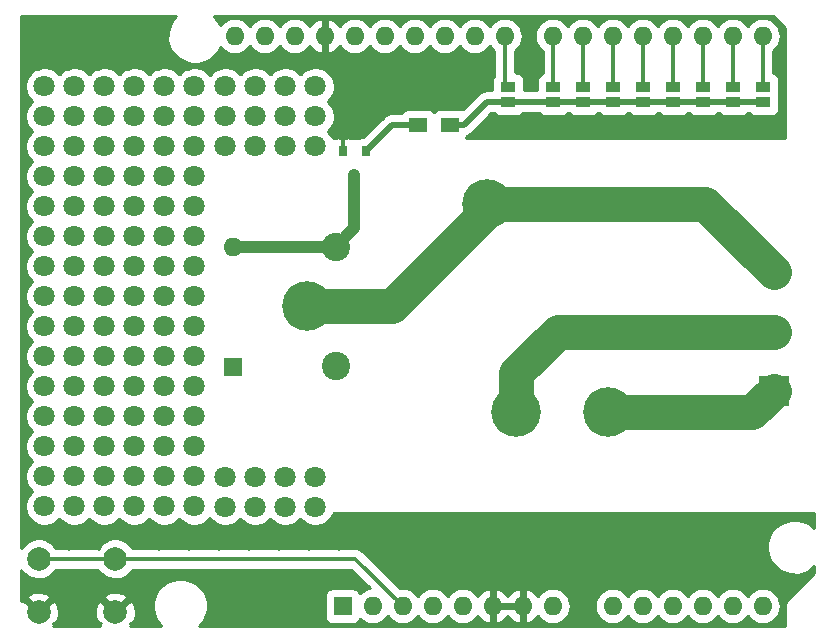
<source format=gtl>
G04 #@! TF.GenerationSoftware,KiCad,Pcbnew,(2017-11-08 revision cd21218)-HEAD*
G04 #@! TF.CreationDate,2018-02-12T10:39:37+02:00*
G04 #@! TF.ProjectId,esp8266_uno_relay,657370383236365F756E6F5F72656C61,rev?*
G04 #@! TF.SameCoordinates,Original*
G04 #@! TF.FileFunction,Copper,L1,Top,Signal*
G04 #@! TF.FilePolarity,Positive*
%FSLAX46Y46*%
G04 Gerber Fmt 4.6, Leading zero omitted, Abs format (unit mm)*
G04 Created by KiCad (PCBNEW (2017-11-08 revision cd21218)-HEAD) date Mon Feb 12 10:39:37 2018*
%MOMM*%
%LPD*%
G01*
G04 APERTURE LIST*
%ADD10C,1.800000*%
%ADD11C,2.400000*%
%ADD12C,4.200000*%
%ADD13O,1.600000X1.600000*%
%ADD14R,1.600000X1.600000*%
%ADD15R,1.270000X0.970000*%
%ADD16R,2.500000X2.500000*%
%ADD17C,2.500000*%
%ADD18R,0.800000X0.900000*%
%ADD19R,1.500000X1.300000*%
%ADD20C,2.000000*%
%ADD21C,0.350000*%
%ADD22C,0.800000*%
%ADD23C,0.350000*%
%ADD24C,1.000000*%
%ADD25C,0.500000*%
%ADD26C,3.000000*%
%ADD27C,0.254000*%
G04 APERTURE END LIST*
D10*
X130700000Y-132830000D03*
X128160000Y-135330000D03*
X128160000Y-132830000D03*
X130700000Y-135330000D03*
X125620000Y-135330000D03*
X125620000Y-132830000D03*
X123080000Y-132830000D03*
X123080000Y-135330000D03*
X125620000Y-104830000D03*
X123080000Y-104830000D03*
X130700000Y-104830000D03*
X128160000Y-99750000D03*
X130700000Y-99750000D03*
X125620000Y-102290000D03*
X128160000Y-104830000D03*
X123080000Y-102290000D03*
X130700000Y-102290000D03*
X128160000Y-102290000D03*
X125620000Y-99750000D03*
X123080000Y-99750000D03*
X120450000Y-135310000D03*
X117910000Y-135310000D03*
X115370000Y-135310000D03*
X112830000Y-135310000D03*
X110290000Y-135310000D03*
X107750000Y-135310000D03*
X120450000Y-132770000D03*
X117910000Y-132770000D03*
X115370000Y-132770000D03*
X112830000Y-132770000D03*
X110290000Y-132770000D03*
X107750000Y-132770000D03*
X120450000Y-130230000D03*
X117910000Y-130230000D03*
X115370000Y-130230000D03*
X112830000Y-130230000D03*
X110290000Y-130230000D03*
X107750000Y-130230000D03*
X120450000Y-127690000D03*
X117910000Y-127690000D03*
X115370000Y-127690000D03*
X112830000Y-127690000D03*
X110290000Y-127690000D03*
X107750000Y-127690000D03*
X120450000Y-125150000D03*
X117910000Y-125150000D03*
X115370000Y-125150000D03*
X112830000Y-125150000D03*
X110290000Y-125150000D03*
X107750000Y-125150000D03*
X120450000Y-122610000D03*
X117910000Y-122610000D03*
X115370000Y-122610000D03*
X112830000Y-122610000D03*
X110290000Y-122610000D03*
X107750000Y-122610000D03*
X120450000Y-120070000D03*
X117910000Y-120070000D03*
X115370000Y-120070000D03*
X112830000Y-120070000D03*
X110290000Y-120070000D03*
X107750000Y-120070000D03*
X120450000Y-117530000D03*
X117910000Y-117530000D03*
X115370000Y-117530000D03*
X112830000Y-117530000D03*
X110290000Y-117530000D03*
X107750000Y-117530000D03*
X120450000Y-114990000D03*
X117910000Y-114990000D03*
X115370000Y-114990000D03*
X112830000Y-114990000D03*
X110290000Y-114990000D03*
X107750000Y-114990000D03*
X120450000Y-112450000D03*
X117910000Y-112450000D03*
X115370000Y-112450000D03*
X112830000Y-112450000D03*
X110290000Y-112450000D03*
X107750000Y-112450000D03*
X120450000Y-109910000D03*
X117910000Y-109910000D03*
X115370000Y-109910000D03*
X112830000Y-109910000D03*
X110290000Y-109910000D03*
X107750000Y-109910000D03*
X120450000Y-107370000D03*
X117910000Y-107370000D03*
X115370000Y-107370000D03*
X112830000Y-107370000D03*
X110290000Y-107370000D03*
X107750000Y-107370000D03*
X120450000Y-104830000D03*
X117910000Y-104830000D03*
X115370000Y-104830000D03*
X112830000Y-104830000D03*
X110290000Y-104830000D03*
X107750000Y-104830000D03*
X120450000Y-102290000D03*
X117910000Y-102290000D03*
X115370000Y-102290000D03*
X112830000Y-102290000D03*
X110290000Y-102290000D03*
X107750000Y-102290000D03*
X120450000Y-99750000D03*
X117910000Y-99750000D03*
X115370000Y-99750000D03*
X112830000Y-99750000D03*
X110290000Y-99750000D03*
X107750000Y-99750000D03*
D11*
X132447976Y-113305136D03*
X132447976Y-123455136D03*
D12*
X129947976Y-118355136D03*
X145197976Y-109705136D03*
X147697976Y-127305136D03*
X155447976Y-127305136D03*
D13*
X123860000Y-95490000D03*
X126400000Y-95490000D03*
D14*
X133000000Y-143750000D03*
D13*
X163480000Y-95490000D03*
X135540000Y-143750000D03*
X160940000Y-95490000D03*
X138080000Y-143750000D03*
X158400000Y-95490000D03*
X140620000Y-143750000D03*
X155860000Y-95490000D03*
X143160000Y-143750000D03*
X153320000Y-95490000D03*
X145700000Y-143750000D03*
X150780000Y-95490000D03*
X148240000Y-143750000D03*
X146720000Y-95490000D03*
X150780000Y-143750000D03*
X144180000Y-95490000D03*
X155860000Y-143750000D03*
X141640000Y-95490000D03*
X158400000Y-143750000D03*
X139100000Y-95490000D03*
X160940000Y-143750000D03*
X136560000Y-95490000D03*
X163480000Y-143750000D03*
X134020000Y-95490000D03*
X166020000Y-143750000D03*
X131480000Y-95490000D03*
X168560000Y-143750000D03*
X128940000Y-95490000D03*
X168560000Y-95490000D03*
X166020000Y-95490000D03*
D14*
X123750000Y-123500000D03*
D13*
X123750000Y-113340000D03*
D15*
X168610000Y-101060000D03*
X168610000Y-99780000D03*
X166070000Y-99780000D03*
X166070000Y-101060000D03*
X163530000Y-101060000D03*
X163530000Y-99780000D03*
X160990000Y-99780000D03*
X160990000Y-101060000D03*
X158450000Y-101060000D03*
X158450000Y-99780000D03*
X155910000Y-99780000D03*
X155910000Y-101060000D03*
X153370000Y-101060000D03*
X153370000Y-99780000D03*
X150830000Y-99780000D03*
X150830000Y-101060000D03*
X147020000Y-101060000D03*
X147020000Y-99780000D03*
D16*
X169500000Y-125500000D03*
D17*
X169500000Y-120500000D03*
X169500000Y-115500000D03*
D18*
X134950000Y-105250000D03*
X133050000Y-105250000D03*
X134000000Y-107250000D03*
D19*
X139400000Y-103000000D03*
X142100000Y-103000000D03*
D20*
X107250000Y-144250000D03*
X107250000Y-139750000D03*
X113750000Y-144250000D03*
X113750000Y-139750000D03*
D21*
X107265476Y-95722500D03*
X109805476Y-95722500D03*
X112345476Y-95722500D03*
X114885476Y-95722500D03*
X117425476Y-95722500D03*
X107265476Y-98262500D03*
X109805476Y-98262500D03*
X112345476Y-98262500D03*
X114885476Y-98262500D03*
X117425476Y-98262500D03*
X119965476Y-98262500D03*
X122505476Y-98262500D03*
X125045476Y-98262500D03*
X127585476Y-98262500D03*
X130125476Y-98262500D03*
X135205476Y-98262500D03*
X137745476Y-98262500D03*
X140285476Y-98262500D03*
X142825476Y-98262500D03*
X145365476Y-98262500D03*
X147905476Y-98262500D03*
X135205476Y-100802500D03*
X137745476Y-100802500D03*
X140285476Y-100802500D03*
X142825476Y-100802500D03*
X135205476Y-103342500D03*
X145365476Y-103342500D03*
X147905476Y-103342500D03*
X150445476Y-103342500D03*
X152985476Y-103342500D03*
X155525476Y-103342500D03*
X158065476Y-103342500D03*
X160605476Y-103342500D03*
X163145476Y-103342500D03*
X165685476Y-103342500D03*
X168225476Y-103342500D03*
X132665476Y-136362500D03*
X135205476Y-136362500D03*
X137745476Y-136362500D03*
X140285476Y-136362500D03*
X145365476Y-136362500D03*
X147905476Y-136362500D03*
X150445476Y-136362500D03*
X152985476Y-136362500D03*
X155525476Y-136362500D03*
X158065476Y-136362500D03*
X160605476Y-136362500D03*
X163145476Y-136362500D03*
X165685476Y-136362500D03*
X168225476Y-136362500D03*
X170765476Y-136362500D03*
X109805476Y-138902500D03*
X112345476Y-138902500D03*
X117425476Y-138902500D03*
X119965476Y-138902500D03*
X122505476Y-138902500D03*
X125045476Y-138902500D03*
X127585476Y-138902500D03*
X130125476Y-138902500D03*
X132665476Y-138902500D03*
X135205476Y-138902500D03*
X137745476Y-138902500D03*
X140285476Y-138902500D03*
X145365476Y-138902500D03*
X147905476Y-138902500D03*
X150445476Y-138902500D03*
X152985476Y-138902500D03*
X155525476Y-138902500D03*
X158065476Y-138902500D03*
X160605476Y-138902500D03*
X163145476Y-138902500D03*
X165685476Y-138902500D03*
X168225476Y-138902500D03*
X109805476Y-141442500D03*
X112345476Y-141442500D03*
X117425476Y-141442500D03*
X119965476Y-141442500D03*
X122505476Y-141442500D03*
X125045476Y-141442500D03*
X127585476Y-141442500D03*
X130125476Y-141442500D03*
X132665476Y-141442500D03*
X137745476Y-141442500D03*
X140285476Y-141442500D03*
X145365476Y-141442500D03*
X147905476Y-141442500D03*
X150445476Y-141442500D03*
X152985476Y-141442500D03*
X155525476Y-141442500D03*
X158065476Y-141442500D03*
X160605476Y-141442500D03*
X163145476Y-141442500D03*
X165685476Y-141442500D03*
X168225476Y-141442500D03*
X170765476Y-141442500D03*
X109805476Y-143982500D03*
X122505476Y-143982500D03*
X125045476Y-143982500D03*
X127585476Y-143982500D03*
X130125476Y-143982500D03*
X152985476Y-143982500D03*
D22*
X163000000Y-127250000D03*
X167000000Y-127250000D03*
X159000000Y-127250000D03*
X165000000Y-127250000D03*
X161000000Y-127250000D03*
X166500000Y-120500000D03*
X164500000Y-120500000D03*
X158500000Y-120500000D03*
X152500000Y-120500000D03*
X162500000Y-120500000D03*
X160500000Y-120500000D03*
X156500000Y-120500000D03*
X154500000Y-120500000D03*
X149500000Y-122250000D03*
X148250000Y-123500000D03*
X150750000Y-121000000D03*
X164250000Y-110250000D03*
X165500000Y-111500000D03*
X168000000Y-114000000D03*
X166750000Y-112750000D03*
X162500000Y-109750000D03*
X160500000Y-109750000D03*
X158500000Y-109750000D03*
X156500000Y-109750000D03*
X154500000Y-109750000D03*
X152500000Y-109750000D03*
X150500000Y-109750000D03*
X148500000Y-109750000D03*
X135000000Y-118500000D03*
X133000000Y-118500000D03*
X143250000Y-112250000D03*
X142000000Y-113500000D03*
X140750000Y-114750000D03*
X139500000Y-116000000D03*
X138250000Y-117250000D03*
X137000000Y-118500000D03*
D23*
X133050000Y-105250000D02*
X133050000Y-99050000D01*
X133050000Y-99050000D02*
X131480000Y-97480000D01*
X131480000Y-97480000D02*
X131480000Y-95490000D01*
D24*
X132447976Y-113305136D02*
X123784864Y-113305136D01*
X123784864Y-113305136D02*
X123750000Y-113340000D01*
X134000000Y-107250000D02*
X134000000Y-111753112D01*
X134000000Y-111753112D02*
X132447976Y-113305136D01*
D23*
X163480000Y-95490000D02*
X163480000Y-99730000D01*
X163480000Y-99730000D02*
X163530000Y-99780000D01*
X160940000Y-95490000D02*
X160940000Y-99730000D01*
X160940000Y-99730000D02*
X160990000Y-99780000D01*
X113750000Y-139750000D02*
X134080000Y-139750000D01*
X134080000Y-139750000D02*
X138080000Y-143750000D01*
X107250000Y-139750000D02*
X113750000Y-139750000D01*
X158400000Y-95490000D02*
X158400000Y-99730000D01*
X158400000Y-99730000D02*
X158450000Y-99780000D01*
X155860000Y-95490000D02*
X155860000Y-99730000D01*
X155860000Y-99730000D02*
X155910000Y-99780000D01*
X153370000Y-99780000D02*
X153370000Y-95540000D01*
X153370000Y-95540000D02*
X153320000Y-95490000D01*
X150830000Y-99780000D02*
X150830000Y-95540000D01*
X150830000Y-95540000D02*
X150780000Y-95490000D01*
X146720000Y-95490000D02*
X146720000Y-99480000D01*
X146720000Y-99480000D02*
X147020000Y-99780000D01*
X168560000Y-95490000D02*
X168560000Y-99730000D01*
X168560000Y-99730000D02*
X168610000Y-99780000D01*
X166020000Y-95490000D02*
X166020000Y-99730000D01*
X166020000Y-99730000D02*
X166070000Y-99780000D01*
D25*
X145190000Y-101060000D02*
X143250000Y-103000000D01*
X143250000Y-103000000D02*
X142100000Y-103000000D01*
X147020000Y-101060000D02*
X145190000Y-101060000D01*
X150830000Y-101060000D02*
X147020000Y-101060000D01*
X153370000Y-101060000D02*
X150830000Y-101060000D01*
X155910000Y-101060000D02*
X153370000Y-101060000D01*
X158450000Y-101060000D02*
X155910000Y-101060000D01*
X158450000Y-101060000D02*
X160990000Y-101060000D01*
X163530000Y-101060000D02*
X160990000Y-101060000D01*
X163530000Y-101060000D02*
X166070000Y-101060000D01*
X168610000Y-101060000D02*
X166070000Y-101060000D01*
D26*
X155447976Y-127305136D02*
X167694864Y-127305136D01*
X167694864Y-127305136D02*
X169500000Y-125500000D01*
X129947976Y-118355136D02*
X137144864Y-118355136D01*
X137144864Y-118355136D02*
X145197976Y-110302024D01*
X145197976Y-110302024D02*
X145197976Y-109705136D01*
X145197976Y-109705136D02*
X163705136Y-109705136D01*
X163705136Y-109705136D02*
X169500000Y-115500000D01*
X169500000Y-120500000D02*
X151250000Y-120500000D01*
X151250000Y-120500000D02*
X147697976Y-124052024D01*
X147697976Y-124052024D02*
X147697976Y-127305136D01*
D25*
X139400000Y-103000000D02*
X137150000Y-103000000D01*
X137150000Y-103000000D02*
X134950000Y-105200000D01*
X134950000Y-105200000D02*
X134950000Y-105250000D01*
D27*
G36*
X118708790Y-93996996D02*
X118450968Y-94373535D01*
X118271193Y-94792981D01*
X118176313Y-95239357D01*
X118169942Y-95695660D01*
X118252321Y-96144512D01*
X118420314Y-96568813D01*
X118667522Y-96952404D01*
X118984528Y-97280674D01*
X119359258Y-97541118D01*
X119777438Y-97723816D01*
X120223141Y-97821811D01*
X120679389Y-97831368D01*
X121128804Y-97752124D01*
X121554268Y-97587097D01*
X121939576Y-97342573D01*
X122270051Y-97027867D01*
X122533104Y-96654964D01*
X122642550Y-96409145D01*
X122776485Y-96573365D01*
X123006112Y-96763329D01*
X123268264Y-96905074D01*
X123552954Y-96993200D01*
X123849340Y-97024352D01*
X124146131Y-96997342D01*
X124432024Y-96913199D01*
X124696129Y-96775128D01*
X124928386Y-96588389D01*
X125119948Y-96360094D01*
X125129047Y-96343543D01*
X125316485Y-96573365D01*
X125546112Y-96763329D01*
X125808264Y-96905074D01*
X126092954Y-96993200D01*
X126389340Y-97024352D01*
X126686131Y-96997342D01*
X126972024Y-96913199D01*
X127236129Y-96775128D01*
X127468386Y-96588389D01*
X127659948Y-96360094D01*
X127669047Y-96343543D01*
X127856485Y-96573365D01*
X128086112Y-96763329D01*
X128348264Y-96905074D01*
X128632954Y-96993200D01*
X128929340Y-97024352D01*
X129226131Y-96997342D01*
X129512024Y-96913199D01*
X129776129Y-96775128D01*
X130008386Y-96588389D01*
X130199948Y-96360094D01*
X130214977Y-96332756D01*
X130276788Y-96430229D01*
X130483337Y-96646898D01*
X130728187Y-96819108D01*
X131001929Y-96940241D01*
X131071793Y-96961426D01*
X131307000Y-96824080D01*
X131307000Y-95663000D01*
X131287000Y-95663000D01*
X131287000Y-95317000D01*
X131307000Y-95317000D01*
X131307000Y-94155920D01*
X131071793Y-94018574D01*
X131001929Y-94039759D01*
X130728187Y-94160892D01*
X130483337Y-94333102D01*
X130276788Y-94549771D01*
X130216082Y-94645502D01*
X130211871Y-94637582D01*
X130023515Y-94406635D01*
X129793888Y-94216671D01*
X129531736Y-94074926D01*
X129247046Y-93986800D01*
X128950660Y-93955648D01*
X128653869Y-93982658D01*
X128367976Y-94066801D01*
X128103871Y-94204872D01*
X127871614Y-94391611D01*
X127680052Y-94619906D01*
X127670953Y-94636457D01*
X127483515Y-94406635D01*
X127253888Y-94216671D01*
X126991736Y-94074926D01*
X126707046Y-93986800D01*
X126410660Y-93955648D01*
X126113869Y-93982658D01*
X125827976Y-94066801D01*
X125563871Y-94204872D01*
X125331614Y-94391611D01*
X125140052Y-94619906D01*
X125130953Y-94636457D01*
X124943515Y-94406635D01*
X124713888Y-94216671D01*
X124451736Y-94074926D01*
X124167046Y-93986800D01*
X123870660Y-93955648D01*
X123573869Y-93982658D01*
X123287976Y-94066801D01*
X123023871Y-94204872D01*
X122791614Y-94391611D01*
X122636410Y-94576576D01*
X122564560Y-94402254D01*
X122312021Y-94022152D01*
X122093401Y-93802000D01*
X169417800Y-93802000D01*
X170448000Y-94832199D01*
X170448000Y-104123000D01*
X143402297Y-104123000D01*
X143457403Y-104055853D01*
X143522915Y-103933289D01*
X143526172Y-103932306D01*
X143612826Y-103907130D01*
X143617386Y-103904767D01*
X143622306Y-103903281D01*
X143702025Y-103860894D01*
X143782112Y-103819381D01*
X143786125Y-103816177D01*
X143790664Y-103813764D01*
X143860613Y-103756715D01*
X143931131Y-103700422D01*
X143938275Y-103693376D01*
X143938428Y-103693251D01*
X143938545Y-103693109D01*
X143940843Y-103690843D01*
X145594687Y-102037000D01*
X145848295Y-102037000D01*
X145868446Y-102061554D01*
X145979147Y-102152403D01*
X146105443Y-102219910D01*
X146242483Y-102261480D01*
X146385000Y-102275517D01*
X147655000Y-102275517D01*
X147797517Y-102261480D01*
X147934557Y-102219910D01*
X148060853Y-102152403D01*
X148171554Y-102061554D01*
X148191705Y-102037000D01*
X149658295Y-102037000D01*
X149678446Y-102061554D01*
X149789147Y-102152403D01*
X149915443Y-102219910D01*
X150052483Y-102261480D01*
X150195000Y-102275517D01*
X151465000Y-102275517D01*
X151607517Y-102261480D01*
X151744557Y-102219910D01*
X151870853Y-102152403D01*
X151981554Y-102061554D01*
X152001705Y-102037000D01*
X152198295Y-102037000D01*
X152218446Y-102061554D01*
X152329147Y-102152403D01*
X152455443Y-102219910D01*
X152592483Y-102261480D01*
X152735000Y-102275517D01*
X154005000Y-102275517D01*
X154147517Y-102261480D01*
X154284557Y-102219910D01*
X154410853Y-102152403D01*
X154521554Y-102061554D01*
X154541705Y-102037000D01*
X154738295Y-102037000D01*
X154758446Y-102061554D01*
X154869147Y-102152403D01*
X154995443Y-102219910D01*
X155132483Y-102261480D01*
X155275000Y-102275517D01*
X156545000Y-102275517D01*
X156687517Y-102261480D01*
X156824557Y-102219910D01*
X156950853Y-102152403D01*
X157061554Y-102061554D01*
X157081705Y-102037000D01*
X157278295Y-102037000D01*
X157298446Y-102061554D01*
X157409147Y-102152403D01*
X157535443Y-102219910D01*
X157672483Y-102261480D01*
X157815000Y-102275517D01*
X159085000Y-102275517D01*
X159227517Y-102261480D01*
X159364557Y-102219910D01*
X159490853Y-102152403D01*
X159601554Y-102061554D01*
X159621705Y-102037000D01*
X159818295Y-102037000D01*
X159838446Y-102061554D01*
X159949147Y-102152403D01*
X160075443Y-102219910D01*
X160212483Y-102261480D01*
X160355000Y-102275517D01*
X161625000Y-102275517D01*
X161767517Y-102261480D01*
X161904557Y-102219910D01*
X162030853Y-102152403D01*
X162141554Y-102061554D01*
X162161705Y-102037000D01*
X162358295Y-102037000D01*
X162378446Y-102061554D01*
X162489147Y-102152403D01*
X162615443Y-102219910D01*
X162752483Y-102261480D01*
X162895000Y-102275517D01*
X164165000Y-102275517D01*
X164307517Y-102261480D01*
X164444557Y-102219910D01*
X164570853Y-102152403D01*
X164681554Y-102061554D01*
X164701705Y-102037000D01*
X164898295Y-102037000D01*
X164918446Y-102061554D01*
X165029147Y-102152403D01*
X165155443Y-102219910D01*
X165292483Y-102261480D01*
X165435000Y-102275517D01*
X166705000Y-102275517D01*
X166847517Y-102261480D01*
X166984557Y-102219910D01*
X167110853Y-102152403D01*
X167221554Y-102061554D01*
X167241705Y-102037000D01*
X167438295Y-102037000D01*
X167458446Y-102061554D01*
X167569147Y-102152403D01*
X167695443Y-102219910D01*
X167832483Y-102261480D01*
X167975000Y-102275517D01*
X169245000Y-102275517D01*
X169387517Y-102261480D01*
X169524557Y-102219910D01*
X169650853Y-102152403D01*
X169761554Y-102061554D01*
X169852403Y-101950853D01*
X169919910Y-101824557D01*
X169961480Y-101687517D01*
X169975517Y-101545000D01*
X169975517Y-100575000D01*
X169961480Y-100432483D01*
X169957693Y-100420000D01*
X169961480Y-100407517D01*
X169975517Y-100265000D01*
X169975517Y-99295000D01*
X169961480Y-99152483D01*
X169919910Y-99015443D01*
X169852403Y-98889147D01*
X169761554Y-98778446D01*
X169650853Y-98687597D01*
X169524557Y-98620090D01*
X169462000Y-98601114D01*
X169462000Y-96722166D01*
X169628386Y-96588389D01*
X169819948Y-96360094D01*
X169963520Y-96098938D01*
X170053631Y-95814870D01*
X170086851Y-95518709D01*
X170087000Y-95497389D01*
X170087000Y-95482611D01*
X170057919Y-95186015D01*
X169971782Y-94900717D01*
X169831871Y-94637582D01*
X169643515Y-94406635D01*
X169413888Y-94216671D01*
X169151736Y-94074926D01*
X168867046Y-93986800D01*
X168570660Y-93955648D01*
X168273869Y-93982658D01*
X167987976Y-94066801D01*
X167723871Y-94204872D01*
X167491614Y-94391611D01*
X167300052Y-94619906D01*
X167290953Y-94636457D01*
X167103515Y-94406635D01*
X166873888Y-94216671D01*
X166611736Y-94074926D01*
X166327046Y-93986800D01*
X166030660Y-93955648D01*
X165733869Y-93982658D01*
X165447976Y-94066801D01*
X165183871Y-94204872D01*
X164951614Y-94391611D01*
X164760052Y-94619906D01*
X164750953Y-94636457D01*
X164563515Y-94406635D01*
X164333888Y-94216671D01*
X164071736Y-94074926D01*
X163787046Y-93986800D01*
X163490660Y-93955648D01*
X163193869Y-93982658D01*
X162907976Y-94066801D01*
X162643871Y-94204872D01*
X162411614Y-94391611D01*
X162220052Y-94619906D01*
X162210953Y-94636457D01*
X162023515Y-94406635D01*
X161793888Y-94216671D01*
X161531736Y-94074926D01*
X161247046Y-93986800D01*
X160950660Y-93955648D01*
X160653869Y-93982658D01*
X160367976Y-94066801D01*
X160103871Y-94204872D01*
X159871614Y-94391611D01*
X159680052Y-94619906D01*
X159670953Y-94636457D01*
X159483515Y-94406635D01*
X159253888Y-94216671D01*
X158991736Y-94074926D01*
X158707046Y-93986800D01*
X158410660Y-93955648D01*
X158113869Y-93982658D01*
X157827976Y-94066801D01*
X157563871Y-94204872D01*
X157331614Y-94391611D01*
X157140052Y-94619906D01*
X157130953Y-94636457D01*
X156943515Y-94406635D01*
X156713888Y-94216671D01*
X156451736Y-94074926D01*
X156167046Y-93986800D01*
X155870660Y-93955648D01*
X155573869Y-93982658D01*
X155287976Y-94066801D01*
X155023871Y-94204872D01*
X154791614Y-94391611D01*
X154600052Y-94619906D01*
X154590953Y-94636457D01*
X154403515Y-94406635D01*
X154173888Y-94216671D01*
X153911736Y-94074926D01*
X153627046Y-93986800D01*
X153330660Y-93955648D01*
X153033869Y-93982658D01*
X152747976Y-94066801D01*
X152483871Y-94204872D01*
X152251614Y-94391611D01*
X152060052Y-94619906D01*
X152050953Y-94636457D01*
X151863515Y-94406635D01*
X151633888Y-94216671D01*
X151371736Y-94074926D01*
X151087046Y-93986800D01*
X150790660Y-93955648D01*
X150493869Y-93982658D01*
X150207976Y-94066801D01*
X149943871Y-94204872D01*
X149711614Y-94391611D01*
X149520052Y-94619906D01*
X149376480Y-94881062D01*
X149286369Y-95165130D01*
X149253149Y-95461291D01*
X149253000Y-95482611D01*
X149253000Y-95497389D01*
X149282081Y-95793985D01*
X149368218Y-96079283D01*
X149508129Y-96342418D01*
X149696485Y-96573365D01*
X149926112Y-96763329D01*
X149928000Y-96764350D01*
X149928000Y-98616281D01*
X149915443Y-98620090D01*
X149789147Y-98687597D01*
X149678446Y-98778446D01*
X149587597Y-98889147D01*
X149520090Y-99015443D01*
X149478520Y-99152483D01*
X149464483Y-99295000D01*
X149464483Y-100083000D01*
X148385517Y-100083000D01*
X148385517Y-99295000D01*
X148371480Y-99152483D01*
X148329910Y-99015443D01*
X148262403Y-98889147D01*
X148171554Y-98778446D01*
X148060853Y-98687597D01*
X147934557Y-98620090D01*
X147797517Y-98578520D01*
X147655000Y-98564483D01*
X147622000Y-98564483D01*
X147622000Y-96722166D01*
X147788386Y-96588389D01*
X147979948Y-96360094D01*
X148123520Y-96098938D01*
X148213631Y-95814870D01*
X148246851Y-95518709D01*
X148247000Y-95497389D01*
X148247000Y-95482611D01*
X148217919Y-95186015D01*
X148131782Y-94900717D01*
X147991871Y-94637582D01*
X147803515Y-94406635D01*
X147573888Y-94216671D01*
X147311736Y-94074926D01*
X147027046Y-93986800D01*
X146730660Y-93955648D01*
X146433869Y-93982658D01*
X146147976Y-94066801D01*
X145883871Y-94204872D01*
X145651614Y-94391611D01*
X145460052Y-94619906D01*
X145450953Y-94636457D01*
X145263515Y-94406635D01*
X145033888Y-94216671D01*
X144771736Y-94074926D01*
X144487046Y-93986800D01*
X144190660Y-93955648D01*
X143893869Y-93982658D01*
X143607976Y-94066801D01*
X143343871Y-94204872D01*
X143111614Y-94391611D01*
X142920052Y-94619906D01*
X142910953Y-94636457D01*
X142723515Y-94406635D01*
X142493888Y-94216671D01*
X142231736Y-94074926D01*
X141947046Y-93986800D01*
X141650660Y-93955648D01*
X141353869Y-93982658D01*
X141067976Y-94066801D01*
X140803871Y-94204872D01*
X140571614Y-94391611D01*
X140380052Y-94619906D01*
X140370953Y-94636457D01*
X140183515Y-94406635D01*
X139953888Y-94216671D01*
X139691736Y-94074926D01*
X139407046Y-93986800D01*
X139110660Y-93955648D01*
X138813869Y-93982658D01*
X138527976Y-94066801D01*
X138263871Y-94204872D01*
X138031614Y-94391611D01*
X137840052Y-94619906D01*
X137830953Y-94636457D01*
X137643515Y-94406635D01*
X137413888Y-94216671D01*
X137151736Y-94074926D01*
X136867046Y-93986800D01*
X136570660Y-93955648D01*
X136273869Y-93982658D01*
X135987976Y-94066801D01*
X135723871Y-94204872D01*
X135491614Y-94391611D01*
X135300052Y-94619906D01*
X135290953Y-94636457D01*
X135103515Y-94406635D01*
X134873888Y-94216671D01*
X134611736Y-94074926D01*
X134327046Y-93986800D01*
X134030660Y-93955648D01*
X133733869Y-93982658D01*
X133447976Y-94066801D01*
X133183871Y-94204872D01*
X132951614Y-94391611D01*
X132760052Y-94619906D01*
X132745023Y-94647244D01*
X132683212Y-94549771D01*
X132476663Y-94333102D01*
X132231813Y-94160892D01*
X131958071Y-94039759D01*
X131888207Y-94018574D01*
X131653000Y-94155920D01*
X131653000Y-95317000D01*
X131673000Y-95317000D01*
X131673000Y-95663000D01*
X131653000Y-95663000D01*
X131653000Y-96824080D01*
X131888207Y-96961426D01*
X131958071Y-96940241D01*
X132231813Y-96819108D01*
X132476663Y-96646898D01*
X132683212Y-96430229D01*
X132743918Y-96334498D01*
X132748129Y-96342418D01*
X132936485Y-96573365D01*
X133166112Y-96763329D01*
X133428264Y-96905074D01*
X133712954Y-96993200D01*
X134009340Y-97024352D01*
X134306131Y-96997342D01*
X134592024Y-96913199D01*
X134856129Y-96775128D01*
X135088386Y-96588389D01*
X135279948Y-96360094D01*
X135289047Y-96343543D01*
X135476485Y-96573365D01*
X135706112Y-96763329D01*
X135968264Y-96905074D01*
X136252954Y-96993200D01*
X136549340Y-97024352D01*
X136846131Y-96997342D01*
X137132024Y-96913199D01*
X137396129Y-96775128D01*
X137628386Y-96588389D01*
X137819948Y-96360094D01*
X137829047Y-96343543D01*
X138016485Y-96573365D01*
X138246112Y-96763329D01*
X138508264Y-96905074D01*
X138792954Y-96993200D01*
X139089340Y-97024352D01*
X139386131Y-96997342D01*
X139672024Y-96913199D01*
X139936129Y-96775128D01*
X140168386Y-96588389D01*
X140359948Y-96360094D01*
X140369047Y-96343543D01*
X140556485Y-96573365D01*
X140786112Y-96763329D01*
X141048264Y-96905074D01*
X141332954Y-96993200D01*
X141629340Y-97024352D01*
X141926131Y-96997342D01*
X142212024Y-96913199D01*
X142476129Y-96775128D01*
X142708386Y-96588389D01*
X142899948Y-96360094D01*
X142909047Y-96343543D01*
X143096485Y-96573365D01*
X143326112Y-96763329D01*
X143588264Y-96905074D01*
X143872954Y-96993200D01*
X144169340Y-97024352D01*
X144466131Y-96997342D01*
X144752024Y-96913199D01*
X145016129Y-96775128D01*
X145248386Y-96588389D01*
X145439948Y-96360094D01*
X145449047Y-96343543D01*
X145636485Y-96573365D01*
X145818000Y-96723527D01*
X145818000Y-98839915D01*
X145777597Y-98889147D01*
X145710090Y-99015443D01*
X145668520Y-99152483D01*
X145654483Y-99295000D01*
X145654483Y-100083000D01*
X145190000Y-100083000D01*
X145100183Y-100091807D01*
X145010279Y-100099672D01*
X145005344Y-100101106D01*
X145000233Y-100101607D01*
X144913854Y-100127687D01*
X144827173Y-100152870D01*
X144822612Y-100155234D01*
X144817694Y-100156719D01*
X144737993Y-100199096D01*
X144657888Y-100240619D01*
X144653875Y-100243823D01*
X144649336Y-100246236D01*
X144579387Y-100303285D01*
X144508869Y-100359578D01*
X144501720Y-100366628D01*
X144501572Y-100366749D01*
X144501458Y-100366887D01*
X144499156Y-100369157D01*
X143171047Y-101697267D01*
X143129557Y-101675090D01*
X142992517Y-101633520D01*
X142850000Y-101619483D01*
X141350000Y-101619483D01*
X141207483Y-101633520D01*
X141070443Y-101675090D01*
X140944147Y-101742597D01*
X140833446Y-101833446D01*
X140750000Y-101935126D01*
X140666554Y-101833446D01*
X140555853Y-101742597D01*
X140429557Y-101675090D01*
X140292517Y-101633520D01*
X140150000Y-101619483D01*
X138650000Y-101619483D01*
X138507483Y-101633520D01*
X138370443Y-101675090D01*
X138244147Y-101742597D01*
X138133446Y-101833446D01*
X138042597Y-101944147D01*
X138000449Y-102023000D01*
X137150000Y-102023000D01*
X137060223Y-102031803D01*
X136970280Y-102039672D01*
X136965345Y-102041106D01*
X136960233Y-102041607D01*
X136873828Y-102067694D01*
X136787174Y-102092870D01*
X136782614Y-102095233D01*
X136777694Y-102096719D01*
X136697975Y-102139106D01*
X136617888Y-102180619D01*
X136613875Y-102183823D01*
X136609336Y-102186236D01*
X136539362Y-102243305D01*
X136468870Y-102299578D01*
X136461726Y-102306623D01*
X136461572Y-102306749D01*
X136461454Y-102306892D01*
X136459157Y-102309157D01*
X134698831Y-104069483D01*
X134550000Y-104069483D01*
X134407483Y-104083520D01*
X134277333Y-104123000D01*
X133715320Y-104123000D01*
X133662058Y-104100938D01*
X133521603Y-104073000D01*
X133404750Y-104073000D01*
X133354750Y-104123000D01*
X132745250Y-104123000D01*
X132695250Y-104073000D01*
X132578397Y-104073000D01*
X132437942Y-104100938D01*
X132384680Y-104123000D01*
X132168453Y-104123000D01*
X132143506Y-104062474D01*
X131966935Y-103796713D01*
X131742107Y-103570309D01*
X131726190Y-103559573D01*
X131937590Y-103358259D01*
X132121513Y-103097532D01*
X132251291Y-102806046D01*
X132321981Y-102494904D01*
X132327069Y-102130464D01*
X132265095Y-101817470D01*
X132143506Y-101522474D01*
X131966935Y-101256713D01*
X131742107Y-101030309D01*
X131726190Y-101019573D01*
X131937590Y-100818259D01*
X132121513Y-100557532D01*
X132251291Y-100266046D01*
X132321981Y-99954904D01*
X132327069Y-99590464D01*
X132265095Y-99277470D01*
X132143506Y-98982474D01*
X131966935Y-98716713D01*
X131742107Y-98490309D01*
X131477585Y-98311887D01*
X131183445Y-98188242D01*
X130870891Y-98124084D01*
X130551827Y-98121856D01*
X130238408Y-98181644D01*
X129942570Y-98301171D01*
X129675583Y-98475882D01*
X129447615Y-98699125D01*
X129431189Y-98723115D01*
X129426935Y-98716713D01*
X129202107Y-98490309D01*
X128937585Y-98311887D01*
X128643445Y-98188242D01*
X128330891Y-98124084D01*
X128011827Y-98121856D01*
X127698408Y-98181644D01*
X127402570Y-98301171D01*
X127135583Y-98475882D01*
X126907615Y-98699125D01*
X126891189Y-98723115D01*
X126886935Y-98716713D01*
X126662107Y-98490309D01*
X126397585Y-98311887D01*
X126103445Y-98188242D01*
X125790891Y-98124084D01*
X125471827Y-98121856D01*
X125158408Y-98181644D01*
X124862570Y-98301171D01*
X124595583Y-98475882D01*
X124367615Y-98699125D01*
X124351189Y-98723115D01*
X124346935Y-98716713D01*
X124122107Y-98490309D01*
X123857585Y-98311887D01*
X123563445Y-98188242D01*
X123250891Y-98124084D01*
X122931827Y-98121856D01*
X122618408Y-98181644D01*
X122322570Y-98301171D01*
X122055583Y-98475882D01*
X121827615Y-98699125D01*
X121765511Y-98789826D01*
X121716935Y-98716713D01*
X121492107Y-98490309D01*
X121227585Y-98311887D01*
X120933445Y-98188242D01*
X120620891Y-98124084D01*
X120301827Y-98121856D01*
X119988408Y-98181644D01*
X119692570Y-98301171D01*
X119425583Y-98475882D01*
X119197615Y-98699125D01*
X119181189Y-98723115D01*
X119176935Y-98716713D01*
X118952107Y-98490309D01*
X118687585Y-98311887D01*
X118393445Y-98188242D01*
X118080891Y-98124084D01*
X117761827Y-98121856D01*
X117448408Y-98181644D01*
X117152570Y-98301171D01*
X116885583Y-98475882D01*
X116657615Y-98699125D01*
X116641189Y-98723115D01*
X116636935Y-98716713D01*
X116412107Y-98490309D01*
X116147585Y-98311887D01*
X115853445Y-98188242D01*
X115540891Y-98124084D01*
X115221827Y-98121856D01*
X114908408Y-98181644D01*
X114612570Y-98301171D01*
X114345583Y-98475882D01*
X114117615Y-98699125D01*
X114101189Y-98723115D01*
X114096935Y-98716713D01*
X113872107Y-98490309D01*
X113607585Y-98311887D01*
X113313445Y-98188242D01*
X113000891Y-98124084D01*
X112681827Y-98121856D01*
X112368408Y-98181644D01*
X112072570Y-98301171D01*
X111805583Y-98475882D01*
X111577615Y-98699125D01*
X111561189Y-98723115D01*
X111556935Y-98716713D01*
X111332107Y-98490309D01*
X111067585Y-98311887D01*
X110773445Y-98188242D01*
X110460891Y-98124084D01*
X110141827Y-98121856D01*
X109828408Y-98181644D01*
X109532570Y-98301171D01*
X109265583Y-98475882D01*
X109037615Y-98699125D01*
X109021189Y-98723115D01*
X109016935Y-98716713D01*
X108792107Y-98490309D01*
X108527585Y-98311887D01*
X108233445Y-98188242D01*
X107920891Y-98124084D01*
X107601827Y-98121856D01*
X107288408Y-98181644D01*
X106992570Y-98301171D01*
X106725583Y-98475882D01*
X106497615Y-98699125D01*
X106317351Y-98962394D01*
X106191655Y-99255664D01*
X106125317Y-99567763D01*
X106120862Y-99886803D01*
X106178460Y-100200632D01*
X106295918Y-100497297D01*
X106468762Y-100765497D01*
X106690407Y-100995018D01*
X106723442Y-101017978D01*
X106497615Y-101239125D01*
X106317351Y-101502394D01*
X106191655Y-101795664D01*
X106125317Y-102107763D01*
X106120862Y-102426803D01*
X106178460Y-102740632D01*
X106295918Y-103037297D01*
X106468762Y-103305497D01*
X106690407Y-103535018D01*
X106723442Y-103557978D01*
X106497615Y-103779125D01*
X106317351Y-104042394D01*
X106191655Y-104335664D01*
X106125317Y-104647763D01*
X106120862Y-104966803D01*
X106178460Y-105280632D01*
X106295918Y-105577297D01*
X106468762Y-105845497D01*
X106690407Y-106075018D01*
X106723442Y-106097978D01*
X106497615Y-106319125D01*
X106317351Y-106582394D01*
X106191655Y-106875664D01*
X106125317Y-107187763D01*
X106120862Y-107506803D01*
X106178460Y-107820632D01*
X106295918Y-108117297D01*
X106468762Y-108385497D01*
X106690407Y-108615018D01*
X106723442Y-108637978D01*
X106497615Y-108859125D01*
X106317351Y-109122394D01*
X106191655Y-109415664D01*
X106125317Y-109727763D01*
X106120862Y-110046803D01*
X106178460Y-110360632D01*
X106295918Y-110657297D01*
X106468762Y-110925497D01*
X106690407Y-111155018D01*
X106723442Y-111177978D01*
X106497615Y-111399125D01*
X106317351Y-111662394D01*
X106191655Y-111955664D01*
X106125317Y-112267763D01*
X106120862Y-112586803D01*
X106178460Y-112900632D01*
X106295918Y-113197297D01*
X106468762Y-113465497D01*
X106690407Y-113695018D01*
X106723442Y-113717978D01*
X106497615Y-113939125D01*
X106317351Y-114202394D01*
X106191655Y-114495664D01*
X106125317Y-114807763D01*
X106120862Y-115126803D01*
X106178460Y-115440632D01*
X106295918Y-115737297D01*
X106468762Y-116005497D01*
X106690407Y-116235018D01*
X106723442Y-116257978D01*
X106497615Y-116479125D01*
X106317351Y-116742394D01*
X106191655Y-117035664D01*
X106125317Y-117347763D01*
X106120862Y-117666803D01*
X106178460Y-117980632D01*
X106295918Y-118277297D01*
X106468762Y-118545497D01*
X106690407Y-118775018D01*
X106723442Y-118797978D01*
X106497615Y-119019125D01*
X106317351Y-119282394D01*
X106191655Y-119575664D01*
X106125317Y-119887763D01*
X106120862Y-120206803D01*
X106178460Y-120520632D01*
X106295918Y-120817297D01*
X106468762Y-121085497D01*
X106690407Y-121315018D01*
X106723442Y-121337978D01*
X106497615Y-121559125D01*
X106317351Y-121822394D01*
X106191655Y-122115664D01*
X106125317Y-122427763D01*
X106120862Y-122746803D01*
X106178460Y-123060632D01*
X106295918Y-123357297D01*
X106468762Y-123625497D01*
X106690407Y-123855018D01*
X106723442Y-123877978D01*
X106497615Y-124099125D01*
X106317351Y-124362394D01*
X106191655Y-124655664D01*
X106125317Y-124967763D01*
X106120862Y-125286803D01*
X106178460Y-125600632D01*
X106295918Y-125897297D01*
X106468762Y-126165497D01*
X106690407Y-126395018D01*
X106723442Y-126417978D01*
X106497615Y-126639125D01*
X106317351Y-126902394D01*
X106191655Y-127195664D01*
X106125317Y-127507763D01*
X106120862Y-127826803D01*
X106178460Y-128140632D01*
X106295918Y-128437297D01*
X106468762Y-128705497D01*
X106690407Y-128935018D01*
X106723442Y-128957978D01*
X106497615Y-129179125D01*
X106317351Y-129442394D01*
X106191655Y-129735664D01*
X106125317Y-130047763D01*
X106120862Y-130366803D01*
X106178460Y-130680632D01*
X106295918Y-130977297D01*
X106468762Y-131245497D01*
X106690407Y-131475018D01*
X106723442Y-131497978D01*
X106497615Y-131719125D01*
X106317351Y-131982394D01*
X106191655Y-132275664D01*
X106125317Y-132587763D01*
X106120862Y-132906803D01*
X106178460Y-133220632D01*
X106295918Y-133517297D01*
X106468762Y-133785497D01*
X106690407Y-134015018D01*
X106723442Y-134037978D01*
X106497615Y-134259125D01*
X106317351Y-134522394D01*
X106191655Y-134815664D01*
X106125317Y-135127763D01*
X106120862Y-135446803D01*
X106178460Y-135760632D01*
X106295918Y-136057297D01*
X106468762Y-136325497D01*
X106690407Y-136555018D01*
X106952412Y-136737116D01*
X107244797Y-136864856D01*
X107556425Y-136933372D01*
X107875426Y-136940054D01*
X108189649Y-136884648D01*
X108487127Y-136769264D01*
X108756528Y-136598297D01*
X108987590Y-136378259D01*
X109018035Y-136335100D01*
X109230407Y-136555018D01*
X109492412Y-136737116D01*
X109784797Y-136864856D01*
X110096425Y-136933372D01*
X110415426Y-136940054D01*
X110729649Y-136884648D01*
X111027127Y-136769264D01*
X111296528Y-136598297D01*
X111527590Y-136378259D01*
X111558035Y-136335100D01*
X111770407Y-136555018D01*
X112032412Y-136737116D01*
X112324797Y-136864856D01*
X112636425Y-136933372D01*
X112955426Y-136940054D01*
X113269649Y-136884648D01*
X113567127Y-136769264D01*
X113836528Y-136598297D01*
X114067590Y-136378259D01*
X114098035Y-136335100D01*
X114310407Y-136555018D01*
X114572412Y-136737116D01*
X114864797Y-136864856D01*
X115176425Y-136933372D01*
X115495426Y-136940054D01*
X115809649Y-136884648D01*
X116107127Y-136769264D01*
X116376528Y-136598297D01*
X116607590Y-136378259D01*
X116638035Y-136335100D01*
X116850407Y-136555018D01*
X117112412Y-136737116D01*
X117404797Y-136864856D01*
X117716425Y-136933372D01*
X118035426Y-136940054D01*
X118349649Y-136884648D01*
X118647127Y-136769264D01*
X118916528Y-136598297D01*
X119147590Y-136378259D01*
X119178035Y-136335100D01*
X119390407Y-136555018D01*
X119652412Y-136737116D01*
X119944797Y-136864856D01*
X120256425Y-136933372D01*
X120575426Y-136940054D01*
X120889649Y-136884648D01*
X121187127Y-136769264D01*
X121456528Y-136598297D01*
X121687590Y-136378259D01*
X121756720Y-136280261D01*
X121798762Y-136345497D01*
X122020407Y-136575018D01*
X122282412Y-136757116D01*
X122574797Y-136884856D01*
X122886425Y-136953372D01*
X123205426Y-136960054D01*
X123519649Y-136904648D01*
X123817127Y-136789264D01*
X124086528Y-136618297D01*
X124317590Y-136398259D01*
X124348035Y-136355100D01*
X124560407Y-136575018D01*
X124822412Y-136757116D01*
X125114797Y-136884856D01*
X125426425Y-136953372D01*
X125745426Y-136960054D01*
X126059649Y-136904648D01*
X126357127Y-136789264D01*
X126626528Y-136618297D01*
X126857590Y-136398259D01*
X126888035Y-136355100D01*
X127100407Y-136575018D01*
X127362412Y-136757116D01*
X127654797Y-136884856D01*
X127966425Y-136953372D01*
X128285426Y-136960054D01*
X128599649Y-136904648D01*
X128897127Y-136789264D01*
X129166528Y-136618297D01*
X129397590Y-136398259D01*
X129428035Y-136355100D01*
X129640407Y-136575018D01*
X129902412Y-136757116D01*
X130194797Y-136884856D01*
X130506425Y-136953372D01*
X130825426Y-136960054D01*
X131139649Y-136904648D01*
X131437127Y-136789264D01*
X131706528Y-136618297D01*
X131937590Y-136398259D01*
X132121513Y-136137532D01*
X132237509Y-135877000D01*
X172948000Y-135877000D01*
X172948000Y-137157332D01*
X172740462Y-136948340D01*
X172362133Y-136693154D01*
X171941442Y-136516312D01*
X171494415Y-136424550D01*
X171038078Y-136421364D01*
X170589813Y-136506875D01*
X170166694Y-136677827D01*
X169784838Y-136927706D01*
X169458790Y-137246996D01*
X169200968Y-137623535D01*
X169021193Y-138042981D01*
X168926313Y-138489357D01*
X168919942Y-138945660D01*
X169002321Y-139394512D01*
X169170314Y-139818813D01*
X169417522Y-140202404D01*
X169734528Y-140530674D01*
X170109258Y-140791118D01*
X170527438Y-140973816D01*
X170973141Y-141071811D01*
X171429389Y-141081368D01*
X171878804Y-141002124D01*
X172304268Y-140837097D01*
X172689576Y-140592573D01*
X172948000Y-140346480D01*
X172948000Y-140917800D01*
X170682900Y-143182900D01*
X170635860Y-143240167D01*
X170588259Y-143296896D01*
X170586227Y-143300591D01*
X170583550Y-143303851D01*
X170548553Y-143369121D01*
X170512853Y-143434059D01*
X170511577Y-143438082D01*
X170509586Y-143441795D01*
X170487926Y-143512641D01*
X170465526Y-143583255D01*
X170465056Y-143587442D01*
X170463822Y-143591479D01*
X170456328Y-143665251D01*
X170448078Y-143738802D01*
X170448021Y-143747037D01*
X170448004Y-143747201D01*
X170448018Y-143747354D01*
X170448000Y-143750000D01*
X170448000Y-145448000D01*
X120841393Y-145448000D01*
X121020051Y-145277867D01*
X121283104Y-144904964D01*
X121468718Y-144488069D01*
X121569821Y-144043062D01*
X121577099Y-143521826D01*
X121488461Y-143074169D01*
X121314560Y-142652254D01*
X121062021Y-142272152D01*
X120740462Y-141948340D01*
X120362133Y-141693154D01*
X119941442Y-141516312D01*
X119494415Y-141424550D01*
X119038078Y-141421364D01*
X118589813Y-141506875D01*
X118166694Y-141677827D01*
X117784838Y-141927706D01*
X117458790Y-142246996D01*
X117200968Y-142623535D01*
X117021193Y-143042981D01*
X116926313Y-143489357D01*
X116919942Y-143945660D01*
X117002321Y-144394512D01*
X117170314Y-144818813D01*
X117417522Y-145202404D01*
X117654691Y-145448000D01*
X115005296Y-145448000D01*
X115098979Y-145354317D01*
X114964065Y-145219403D01*
X115248625Y-145124975D01*
X115390529Y-144815796D01*
X115469388Y-144484873D01*
X115482172Y-144144923D01*
X115428389Y-143809012D01*
X115310107Y-143490048D01*
X115248625Y-143375025D01*
X114964063Y-143280596D01*
X113994659Y-144250000D01*
X114008801Y-144264142D01*
X113764142Y-144508801D01*
X113750000Y-144494659D01*
X113735858Y-144508801D01*
X113491199Y-144264142D01*
X113505341Y-144250000D01*
X112535937Y-143280596D01*
X112251375Y-143375025D01*
X112109471Y-143684204D01*
X112030612Y-144015127D01*
X112017828Y-144355077D01*
X112071611Y-144690988D01*
X112189893Y-145009952D01*
X112251375Y-145124975D01*
X112535935Y-145219403D01*
X112401021Y-145354317D01*
X112494704Y-145448000D01*
X108505296Y-145448000D01*
X108598979Y-145354317D01*
X108464065Y-145219403D01*
X108748625Y-145124975D01*
X108890529Y-144815796D01*
X108969388Y-144484873D01*
X108982172Y-144144923D01*
X108928389Y-143809012D01*
X108810107Y-143490048D01*
X108748625Y-143375025D01*
X108464063Y-143280596D01*
X107494659Y-144250000D01*
X107508801Y-144264142D01*
X107264142Y-144508801D01*
X107250000Y-144494659D01*
X107235858Y-144508801D01*
X106991199Y-144264142D01*
X107005341Y-144250000D01*
X106035937Y-143280596D01*
X105802000Y-143358226D01*
X105802000Y-143035937D01*
X106280596Y-143035937D01*
X107250000Y-144005341D01*
X108219404Y-143035937D01*
X112780596Y-143035937D01*
X113750000Y-144005341D01*
X114719404Y-143035937D01*
X114624975Y-142751375D01*
X114315796Y-142609471D01*
X113984873Y-142530612D01*
X113644923Y-142517828D01*
X113309012Y-142571611D01*
X112990048Y-142689893D01*
X112875025Y-142751375D01*
X112780596Y-143035937D01*
X108219404Y-143035937D01*
X108124975Y-142751375D01*
X107815796Y-142609471D01*
X107484873Y-142530612D01*
X107144923Y-142517828D01*
X106809012Y-142571611D01*
X106490048Y-142689893D01*
X106375025Y-142751375D01*
X106280596Y-143035937D01*
X105802000Y-143035937D01*
X105802000Y-140691344D01*
X105890013Y-140827913D01*
X106125281Y-141071540D01*
X106403390Y-141264831D01*
X106713746Y-141400422D01*
X107044527Y-141473149D01*
X107383135Y-141480241D01*
X107716672Y-141421430D01*
X108032433Y-141298954D01*
X108318392Y-141117479D01*
X108563656Y-140883917D01*
X108727255Y-140652000D01*
X112276645Y-140652000D01*
X112390013Y-140827913D01*
X112625281Y-141071540D01*
X112903390Y-141264831D01*
X113213746Y-141400422D01*
X113544527Y-141473149D01*
X113883135Y-141480241D01*
X114216672Y-141421430D01*
X114532433Y-141298954D01*
X114818392Y-141117479D01*
X115063656Y-140883917D01*
X115227255Y-140652000D01*
X133706380Y-140652000D01*
X135293437Y-142239057D01*
X135253869Y-142242658D01*
X134967976Y-142326801D01*
X134703871Y-142464872D01*
X134471614Y-142651611D01*
X134467478Y-142656540D01*
X134407403Y-142544147D01*
X134316554Y-142433446D01*
X134205853Y-142342597D01*
X134079557Y-142275090D01*
X133942517Y-142233520D01*
X133800000Y-142219483D01*
X132200000Y-142219483D01*
X132057483Y-142233520D01*
X131920443Y-142275090D01*
X131794147Y-142342597D01*
X131683446Y-142433446D01*
X131592597Y-142544147D01*
X131525090Y-142670443D01*
X131483520Y-142807483D01*
X131469483Y-142950000D01*
X131469483Y-144550000D01*
X131483520Y-144692517D01*
X131525090Y-144829557D01*
X131592597Y-144955853D01*
X131683446Y-145066554D01*
X131794147Y-145157403D01*
X131920443Y-145224910D01*
X132057483Y-145266480D01*
X132200000Y-145280517D01*
X133800000Y-145280517D01*
X133942517Y-145266480D01*
X134079557Y-145224910D01*
X134205853Y-145157403D01*
X134316554Y-145066554D01*
X134407403Y-144955853D01*
X134467849Y-144842766D01*
X134686112Y-145023329D01*
X134948264Y-145165074D01*
X135232954Y-145253200D01*
X135529340Y-145284352D01*
X135826131Y-145257342D01*
X136112024Y-145173199D01*
X136376129Y-145035128D01*
X136608386Y-144848389D01*
X136799948Y-144620094D01*
X136809047Y-144603543D01*
X136996485Y-144833365D01*
X137226112Y-145023329D01*
X137488264Y-145165074D01*
X137772954Y-145253200D01*
X138069340Y-145284352D01*
X138366131Y-145257342D01*
X138652024Y-145173199D01*
X138916129Y-145035128D01*
X139148386Y-144848389D01*
X139339948Y-144620094D01*
X139349047Y-144603543D01*
X139536485Y-144833365D01*
X139766112Y-145023329D01*
X140028264Y-145165074D01*
X140312954Y-145253200D01*
X140609340Y-145284352D01*
X140906131Y-145257342D01*
X141192024Y-145173199D01*
X141456129Y-145035128D01*
X141688386Y-144848389D01*
X141879948Y-144620094D01*
X141889047Y-144603543D01*
X142076485Y-144833365D01*
X142306112Y-145023329D01*
X142568264Y-145165074D01*
X142852954Y-145253200D01*
X143149340Y-145284352D01*
X143446131Y-145257342D01*
X143732024Y-145173199D01*
X143996129Y-145035128D01*
X144228386Y-144848389D01*
X144419948Y-144620094D01*
X144434977Y-144592756D01*
X144496788Y-144690229D01*
X144703337Y-144906898D01*
X144948187Y-145079108D01*
X145221929Y-145200241D01*
X145291793Y-145221426D01*
X145527000Y-145084080D01*
X145527000Y-143923000D01*
X145873000Y-143923000D01*
X145873000Y-145084080D01*
X146108207Y-145221426D01*
X146178071Y-145200241D01*
X146451813Y-145079108D01*
X146696663Y-144906898D01*
X146903212Y-144690229D01*
X146970000Y-144584908D01*
X147036788Y-144690229D01*
X147243337Y-144906898D01*
X147488187Y-145079108D01*
X147761929Y-145200241D01*
X147831793Y-145221426D01*
X148067000Y-145084080D01*
X148067000Y-143923000D01*
X145873000Y-143923000D01*
X145527000Y-143923000D01*
X145507000Y-143923000D01*
X145507000Y-143577000D01*
X145527000Y-143577000D01*
X145527000Y-142415920D01*
X145873000Y-142415920D01*
X145873000Y-143577000D01*
X148067000Y-143577000D01*
X148067000Y-142415920D01*
X148413000Y-142415920D01*
X148413000Y-143577000D01*
X148433000Y-143577000D01*
X148433000Y-143923000D01*
X148413000Y-143923000D01*
X148413000Y-145084080D01*
X148648207Y-145221426D01*
X148718071Y-145200241D01*
X148991813Y-145079108D01*
X149236663Y-144906898D01*
X149443212Y-144690229D01*
X149503918Y-144594498D01*
X149508129Y-144602418D01*
X149696485Y-144833365D01*
X149926112Y-145023329D01*
X150188264Y-145165074D01*
X150472954Y-145253200D01*
X150769340Y-145284352D01*
X151066131Y-145257342D01*
X151352024Y-145173199D01*
X151616129Y-145035128D01*
X151848386Y-144848389D01*
X152039948Y-144620094D01*
X152183520Y-144358938D01*
X152273631Y-144074870D01*
X152306851Y-143778709D01*
X152307000Y-143757389D01*
X152307000Y-143742611D01*
X154333000Y-143742611D01*
X154333000Y-143757389D01*
X154362081Y-144053985D01*
X154448218Y-144339283D01*
X154588129Y-144602418D01*
X154776485Y-144833365D01*
X155006112Y-145023329D01*
X155268264Y-145165074D01*
X155552954Y-145253200D01*
X155849340Y-145284352D01*
X156146131Y-145257342D01*
X156432024Y-145173199D01*
X156696129Y-145035128D01*
X156928386Y-144848389D01*
X157119948Y-144620094D01*
X157129047Y-144603543D01*
X157316485Y-144833365D01*
X157546112Y-145023329D01*
X157808264Y-145165074D01*
X158092954Y-145253200D01*
X158389340Y-145284352D01*
X158686131Y-145257342D01*
X158972024Y-145173199D01*
X159236129Y-145035128D01*
X159468386Y-144848389D01*
X159659948Y-144620094D01*
X159669047Y-144603543D01*
X159856485Y-144833365D01*
X160086112Y-145023329D01*
X160348264Y-145165074D01*
X160632954Y-145253200D01*
X160929340Y-145284352D01*
X161226131Y-145257342D01*
X161512024Y-145173199D01*
X161776129Y-145035128D01*
X162008386Y-144848389D01*
X162199948Y-144620094D01*
X162209047Y-144603543D01*
X162396485Y-144833365D01*
X162626112Y-145023329D01*
X162888264Y-145165074D01*
X163172954Y-145253200D01*
X163469340Y-145284352D01*
X163766131Y-145257342D01*
X164052024Y-145173199D01*
X164316129Y-145035128D01*
X164548386Y-144848389D01*
X164739948Y-144620094D01*
X164749047Y-144603543D01*
X164936485Y-144833365D01*
X165166112Y-145023329D01*
X165428264Y-145165074D01*
X165712954Y-145253200D01*
X166009340Y-145284352D01*
X166306131Y-145257342D01*
X166592024Y-145173199D01*
X166856129Y-145035128D01*
X167088386Y-144848389D01*
X167279948Y-144620094D01*
X167289047Y-144603543D01*
X167476485Y-144833365D01*
X167706112Y-145023329D01*
X167968264Y-145165074D01*
X168252954Y-145253200D01*
X168549340Y-145284352D01*
X168846131Y-145257342D01*
X169132024Y-145173199D01*
X169396129Y-145035128D01*
X169628386Y-144848389D01*
X169819948Y-144620094D01*
X169963520Y-144358938D01*
X170053631Y-144074870D01*
X170086851Y-143778709D01*
X170087000Y-143757389D01*
X170087000Y-143742611D01*
X170057919Y-143446015D01*
X169971782Y-143160717D01*
X169831871Y-142897582D01*
X169643515Y-142666635D01*
X169413888Y-142476671D01*
X169151736Y-142334926D01*
X168867046Y-142246800D01*
X168570660Y-142215648D01*
X168273869Y-142242658D01*
X167987976Y-142326801D01*
X167723871Y-142464872D01*
X167491614Y-142651611D01*
X167300052Y-142879906D01*
X167290953Y-142896457D01*
X167103515Y-142666635D01*
X166873888Y-142476671D01*
X166611736Y-142334926D01*
X166327046Y-142246800D01*
X166030660Y-142215648D01*
X165733869Y-142242658D01*
X165447976Y-142326801D01*
X165183871Y-142464872D01*
X164951614Y-142651611D01*
X164760052Y-142879906D01*
X164750953Y-142896457D01*
X164563515Y-142666635D01*
X164333888Y-142476671D01*
X164071736Y-142334926D01*
X163787046Y-142246800D01*
X163490660Y-142215648D01*
X163193869Y-142242658D01*
X162907976Y-142326801D01*
X162643871Y-142464872D01*
X162411614Y-142651611D01*
X162220052Y-142879906D01*
X162210953Y-142896457D01*
X162023515Y-142666635D01*
X161793888Y-142476671D01*
X161531736Y-142334926D01*
X161247046Y-142246800D01*
X160950660Y-142215648D01*
X160653869Y-142242658D01*
X160367976Y-142326801D01*
X160103871Y-142464872D01*
X159871614Y-142651611D01*
X159680052Y-142879906D01*
X159670953Y-142896457D01*
X159483515Y-142666635D01*
X159253888Y-142476671D01*
X158991736Y-142334926D01*
X158707046Y-142246800D01*
X158410660Y-142215648D01*
X158113869Y-142242658D01*
X157827976Y-142326801D01*
X157563871Y-142464872D01*
X157331614Y-142651611D01*
X157140052Y-142879906D01*
X157130953Y-142896457D01*
X156943515Y-142666635D01*
X156713888Y-142476671D01*
X156451736Y-142334926D01*
X156167046Y-142246800D01*
X155870660Y-142215648D01*
X155573869Y-142242658D01*
X155287976Y-142326801D01*
X155023871Y-142464872D01*
X154791614Y-142651611D01*
X154600052Y-142879906D01*
X154456480Y-143141062D01*
X154366369Y-143425130D01*
X154333149Y-143721291D01*
X154333000Y-143742611D01*
X152307000Y-143742611D01*
X152277919Y-143446015D01*
X152191782Y-143160717D01*
X152051871Y-142897582D01*
X151863515Y-142666635D01*
X151633888Y-142476671D01*
X151371736Y-142334926D01*
X151087046Y-142246800D01*
X150790660Y-142215648D01*
X150493869Y-142242658D01*
X150207976Y-142326801D01*
X149943871Y-142464872D01*
X149711614Y-142651611D01*
X149520052Y-142879906D01*
X149505023Y-142907244D01*
X149443212Y-142809771D01*
X149236663Y-142593102D01*
X148991813Y-142420892D01*
X148718071Y-142299759D01*
X148648207Y-142278574D01*
X148413000Y-142415920D01*
X148067000Y-142415920D01*
X147831793Y-142278574D01*
X147761929Y-142299759D01*
X147488187Y-142420892D01*
X147243337Y-142593102D01*
X147036788Y-142809771D01*
X146970000Y-142915092D01*
X146903212Y-142809771D01*
X146696663Y-142593102D01*
X146451813Y-142420892D01*
X146178071Y-142299759D01*
X146108207Y-142278574D01*
X145873000Y-142415920D01*
X145527000Y-142415920D01*
X145291793Y-142278574D01*
X145221929Y-142299759D01*
X144948187Y-142420892D01*
X144703337Y-142593102D01*
X144496788Y-142809771D01*
X144436082Y-142905502D01*
X144431871Y-142897582D01*
X144243515Y-142666635D01*
X144013888Y-142476671D01*
X143751736Y-142334926D01*
X143467046Y-142246800D01*
X143170660Y-142215648D01*
X142873869Y-142242658D01*
X142587976Y-142326801D01*
X142323871Y-142464872D01*
X142091614Y-142651611D01*
X141900052Y-142879906D01*
X141890953Y-142896457D01*
X141703515Y-142666635D01*
X141473888Y-142476671D01*
X141211736Y-142334926D01*
X140927046Y-142246800D01*
X140630660Y-142215648D01*
X140333869Y-142242658D01*
X140047976Y-142326801D01*
X139783871Y-142464872D01*
X139551614Y-142651611D01*
X139360052Y-142879906D01*
X139350953Y-142896457D01*
X139163515Y-142666635D01*
X138933888Y-142476671D01*
X138671736Y-142334926D01*
X138387046Y-142246800D01*
X138090660Y-142215648D01*
X137843739Y-142238119D01*
X134717810Y-139112190D01*
X134653402Y-139059284D01*
X134589600Y-139005748D01*
X134585447Y-139003465D01*
X134581779Y-139000452D01*
X134508304Y-138961055D01*
X134435336Y-138920940D01*
X134430818Y-138919507D01*
X134426635Y-138917264D01*
X134346903Y-138892887D01*
X134267536Y-138867711D01*
X134262826Y-138867183D01*
X134258287Y-138865795D01*
X134175339Y-138857369D01*
X134092594Y-138848088D01*
X134083329Y-138848023D01*
X134083149Y-138848005D01*
X134082982Y-138848021D01*
X134080000Y-138848000D01*
X115224226Y-138848000D01*
X115094805Y-138653204D01*
X114856158Y-138412885D01*
X114575377Y-138223497D01*
X114263159Y-138092252D01*
X113931394Y-138024150D01*
X113592720Y-138021786D01*
X113260037Y-138085249D01*
X112946016Y-138212121D01*
X112662619Y-138397571D01*
X112420640Y-138634535D01*
X112274478Y-138848000D01*
X108724226Y-138848000D01*
X108594805Y-138653204D01*
X108356158Y-138412885D01*
X108075377Y-138223497D01*
X107763159Y-138092252D01*
X107431394Y-138024150D01*
X107092720Y-138021786D01*
X106760037Y-138085249D01*
X106446016Y-138212121D01*
X106162619Y-138397571D01*
X105920640Y-138634535D01*
X105802000Y-138807804D01*
X105802000Y-93802000D01*
X118907913Y-93802000D01*
X118708790Y-93996996D01*
X118708790Y-93996996D01*
G37*
X118708790Y-93996996D02*
X118450968Y-94373535D01*
X118271193Y-94792981D01*
X118176313Y-95239357D01*
X118169942Y-95695660D01*
X118252321Y-96144512D01*
X118420314Y-96568813D01*
X118667522Y-96952404D01*
X118984528Y-97280674D01*
X119359258Y-97541118D01*
X119777438Y-97723816D01*
X120223141Y-97821811D01*
X120679389Y-97831368D01*
X121128804Y-97752124D01*
X121554268Y-97587097D01*
X121939576Y-97342573D01*
X122270051Y-97027867D01*
X122533104Y-96654964D01*
X122642550Y-96409145D01*
X122776485Y-96573365D01*
X123006112Y-96763329D01*
X123268264Y-96905074D01*
X123552954Y-96993200D01*
X123849340Y-97024352D01*
X124146131Y-96997342D01*
X124432024Y-96913199D01*
X124696129Y-96775128D01*
X124928386Y-96588389D01*
X125119948Y-96360094D01*
X125129047Y-96343543D01*
X125316485Y-96573365D01*
X125546112Y-96763329D01*
X125808264Y-96905074D01*
X126092954Y-96993200D01*
X126389340Y-97024352D01*
X126686131Y-96997342D01*
X126972024Y-96913199D01*
X127236129Y-96775128D01*
X127468386Y-96588389D01*
X127659948Y-96360094D01*
X127669047Y-96343543D01*
X127856485Y-96573365D01*
X128086112Y-96763329D01*
X128348264Y-96905074D01*
X128632954Y-96993200D01*
X128929340Y-97024352D01*
X129226131Y-96997342D01*
X129512024Y-96913199D01*
X129776129Y-96775128D01*
X130008386Y-96588389D01*
X130199948Y-96360094D01*
X130214977Y-96332756D01*
X130276788Y-96430229D01*
X130483337Y-96646898D01*
X130728187Y-96819108D01*
X131001929Y-96940241D01*
X131071793Y-96961426D01*
X131307000Y-96824080D01*
X131307000Y-95663000D01*
X131287000Y-95663000D01*
X131287000Y-95317000D01*
X131307000Y-95317000D01*
X131307000Y-94155920D01*
X131071793Y-94018574D01*
X131001929Y-94039759D01*
X130728187Y-94160892D01*
X130483337Y-94333102D01*
X130276788Y-94549771D01*
X130216082Y-94645502D01*
X130211871Y-94637582D01*
X130023515Y-94406635D01*
X129793888Y-94216671D01*
X129531736Y-94074926D01*
X129247046Y-93986800D01*
X128950660Y-93955648D01*
X128653869Y-93982658D01*
X128367976Y-94066801D01*
X128103871Y-94204872D01*
X127871614Y-94391611D01*
X127680052Y-94619906D01*
X127670953Y-94636457D01*
X127483515Y-94406635D01*
X127253888Y-94216671D01*
X126991736Y-94074926D01*
X126707046Y-93986800D01*
X126410660Y-93955648D01*
X126113869Y-93982658D01*
X125827976Y-94066801D01*
X125563871Y-94204872D01*
X125331614Y-94391611D01*
X125140052Y-94619906D01*
X125130953Y-94636457D01*
X124943515Y-94406635D01*
X124713888Y-94216671D01*
X124451736Y-94074926D01*
X124167046Y-93986800D01*
X123870660Y-93955648D01*
X123573869Y-93982658D01*
X123287976Y-94066801D01*
X123023871Y-94204872D01*
X122791614Y-94391611D01*
X122636410Y-94576576D01*
X122564560Y-94402254D01*
X122312021Y-94022152D01*
X122093401Y-93802000D01*
X169417800Y-93802000D01*
X170448000Y-94832199D01*
X170448000Y-104123000D01*
X143402297Y-104123000D01*
X143457403Y-104055853D01*
X143522915Y-103933289D01*
X143526172Y-103932306D01*
X143612826Y-103907130D01*
X143617386Y-103904767D01*
X143622306Y-103903281D01*
X143702025Y-103860894D01*
X143782112Y-103819381D01*
X143786125Y-103816177D01*
X143790664Y-103813764D01*
X143860613Y-103756715D01*
X143931131Y-103700422D01*
X143938275Y-103693376D01*
X143938428Y-103693251D01*
X143938545Y-103693109D01*
X143940843Y-103690843D01*
X145594687Y-102037000D01*
X145848295Y-102037000D01*
X145868446Y-102061554D01*
X145979147Y-102152403D01*
X146105443Y-102219910D01*
X146242483Y-102261480D01*
X146385000Y-102275517D01*
X147655000Y-102275517D01*
X147797517Y-102261480D01*
X147934557Y-102219910D01*
X148060853Y-102152403D01*
X148171554Y-102061554D01*
X148191705Y-102037000D01*
X149658295Y-102037000D01*
X149678446Y-102061554D01*
X149789147Y-102152403D01*
X149915443Y-102219910D01*
X150052483Y-102261480D01*
X150195000Y-102275517D01*
X151465000Y-102275517D01*
X151607517Y-102261480D01*
X151744557Y-102219910D01*
X151870853Y-102152403D01*
X151981554Y-102061554D01*
X152001705Y-102037000D01*
X152198295Y-102037000D01*
X152218446Y-102061554D01*
X152329147Y-102152403D01*
X152455443Y-102219910D01*
X152592483Y-102261480D01*
X152735000Y-102275517D01*
X154005000Y-102275517D01*
X154147517Y-102261480D01*
X154284557Y-102219910D01*
X154410853Y-102152403D01*
X154521554Y-102061554D01*
X154541705Y-102037000D01*
X154738295Y-102037000D01*
X154758446Y-102061554D01*
X154869147Y-102152403D01*
X154995443Y-102219910D01*
X155132483Y-102261480D01*
X155275000Y-102275517D01*
X156545000Y-102275517D01*
X156687517Y-102261480D01*
X156824557Y-102219910D01*
X156950853Y-102152403D01*
X157061554Y-102061554D01*
X157081705Y-102037000D01*
X157278295Y-102037000D01*
X157298446Y-102061554D01*
X157409147Y-102152403D01*
X157535443Y-102219910D01*
X157672483Y-102261480D01*
X157815000Y-102275517D01*
X159085000Y-102275517D01*
X159227517Y-102261480D01*
X159364557Y-102219910D01*
X159490853Y-102152403D01*
X159601554Y-102061554D01*
X159621705Y-102037000D01*
X159818295Y-102037000D01*
X159838446Y-102061554D01*
X159949147Y-102152403D01*
X160075443Y-102219910D01*
X160212483Y-102261480D01*
X160355000Y-102275517D01*
X161625000Y-102275517D01*
X161767517Y-102261480D01*
X161904557Y-102219910D01*
X162030853Y-102152403D01*
X162141554Y-102061554D01*
X162161705Y-102037000D01*
X162358295Y-102037000D01*
X162378446Y-102061554D01*
X162489147Y-102152403D01*
X162615443Y-102219910D01*
X162752483Y-102261480D01*
X162895000Y-102275517D01*
X164165000Y-102275517D01*
X164307517Y-102261480D01*
X164444557Y-102219910D01*
X164570853Y-102152403D01*
X164681554Y-102061554D01*
X164701705Y-102037000D01*
X164898295Y-102037000D01*
X164918446Y-102061554D01*
X165029147Y-102152403D01*
X165155443Y-102219910D01*
X165292483Y-102261480D01*
X165435000Y-102275517D01*
X166705000Y-102275517D01*
X166847517Y-102261480D01*
X166984557Y-102219910D01*
X167110853Y-102152403D01*
X167221554Y-102061554D01*
X167241705Y-102037000D01*
X167438295Y-102037000D01*
X167458446Y-102061554D01*
X167569147Y-102152403D01*
X167695443Y-102219910D01*
X167832483Y-102261480D01*
X167975000Y-102275517D01*
X169245000Y-102275517D01*
X169387517Y-102261480D01*
X169524557Y-102219910D01*
X169650853Y-102152403D01*
X169761554Y-102061554D01*
X169852403Y-101950853D01*
X169919910Y-101824557D01*
X169961480Y-101687517D01*
X169975517Y-101545000D01*
X169975517Y-100575000D01*
X169961480Y-100432483D01*
X169957693Y-100420000D01*
X169961480Y-100407517D01*
X169975517Y-100265000D01*
X169975517Y-99295000D01*
X169961480Y-99152483D01*
X169919910Y-99015443D01*
X169852403Y-98889147D01*
X169761554Y-98778446D01*
X169650853Y-98687597D01*
X169524557Y-98620090D01*
X169462000Y-98601114D01*
X169462000Y-96722166D01*
X169628386Y-96588389D01*
X169819948Y-96360094D01*
X169963520Y-96098938D01*
X170053631Y-95814870D01*
X170086851Y-95518709D01*
X170087000Y-95497389D01*
X170087000Y-95482611D01*
X170057919Y-95186015D01*
X169971782Y-94900717D01*
X169831871Y-94637582D01*
X169643515Y-94406635D01*
X169413888Y-94216671D01*
X169151736Y-94074926D01*
X168867046Y-93986800D01*
X168570660Y-93955648D01*
X168273869Y-93982658D01*
X167987976Y-94066801D01*
X167723871Y-94204872D01*
X167491614Y-94391611D01*
X167300052Y-94619906D01*
X167290953Y-94636457D01*
X167103515Y-94406635D01*
X166873888Y-94216671D01*
X166611736Y-94074926D01*
X166327046Y-93986800D01*
X166030660Y-93955648D01*
X165733869Y-93982658D01*
X165447976Y-94066801D01*
X165183871Y-94204872D01*
X164951614Y-94391611D01*
X164760052Y-94619906D01*
X164750953Y-94636457D01*
X164563515Y-94406635D01*
X164333888Y-94216671D01*
X164071736Y-94074926D01*
X163787046Y-93986800D01*
X163490660Y-93955648D01*
X163193869Y-93982658D01*
X162907976Y-94066801D01*
X162643871Y-94204872D01*
X162411614Y-94391611D01*
X162220052Y-94619906D01*
X162210953Y-94636457D01*
X162023515Y-94406635D01*
X161793888Y-94216671D01*
X161531736Y-94074926D01*
X161247046Y-93986800D01*
X160950660Y-93955648D01*
X160653869Y-93982658D01*
X160367976Y-94066801D01*
X160103871Y-94204872D01*
X159871614Y-94391611D01*
X159680052Y-94619906D01*
X159670953Y-94636457D01*
X159483515Y-94406635D01*
X159253888Y-94216671D01*
X158991736Y-94074926D01*
X158707046Y-93986800D01*
X158410660Y-93955648D01*
X158113869Y-93982658D01*
X157827976Y-94066801D01*
X157563871Y-94204872D01*
X157331614Y-94391611D01*
X157140052Y-94619906D01*
X157130953Y-94636457D01*
X156943515Y-94406635D01*
X156713888Y-94216671D01*
X156451736Y-94074926D01*
X156167046Y-93986800D01*
X155870660Y-93955648D01*
X155573869Y-93982658D01*
X155287976Y-94066801D01*
X155023871Y-94204872D01*
X154791614Y-94391611D01*
X154600052Y-94619906D01*
X154590953Y-94636457D01*
X154403515Y-94406635D01*
X154173888Y-94216671D01*
X153911736Y-94074926D01*
X153627046Y-93986800D01*
X153330660Y-93955648D01*
X153033869Y-93982658D01*
X152747976Y-94066801D01*
X152483871Y-94204872D01*
X152251614Y-94391611D01*
X152060052Y-94619906D01*
X152050953Y-94636457D01*
X151863515Y-94406635D01*
X151633888Y-94216671D01*
X151371736Y-94074926D01*
X151087046Y-93986800D01*
X150790660Y-93955648D01*
X150493869Y-93982658D01*
X150207976Y-94066801D01*
X149943871Y-94204872D01*
X149711614Y-94391611D01*
X149520052Y-94619906D01*
X149376480Y-94881062D01*
X149286369Y-95165130D01*
X149253149Y-95461291D01*
X149253000Y-95482611D01*
X149253000Y-95497389D01*
X149282081Y-95793985D01*
X149368218Y-96079283D01*
X149508129Y-96342418D01*
X149696485Y-96573365D01*
X149926112Y-96763329D01*
X149928000Y-96764350D01*
X149928000Y-98616281D01*
X149915443Y-98620090D01*
X149789147Y-98687597D01*
X149678446Y-98778446D01*
X149587597Y-98889147D01*
X149520090Y-99015443D01*
X149478520Y-99152483D01*
X149464483Y-99295000D01*
X149464483Y-100083000D01*
X148385517Y-100083000D01*
X148385517Y-99295000D01*
X148371480Y-99152483D01*
X148329910Y-99015443D01*
X148262403Y-98889147D01*
X148171554Y-98778446D01*
X148060853Y-98687597D01*
X147934557Y-98620090D01*
X147797517Y-98578520D01*
X147655000Y-98564483D01*
X147622000Y-98564483D01*
X147622000Y-96722166D01*
X147788386Y-96588389D01*
X147979948Y-96360094D01*
X148123520Y-96098938D01*
X148213631Y-95814870D01*
X148246851Y-95518709D01*
X148247000Y-95497389D01*
X148247000Y-95482611D01*
X148217919Y-95186015D01*
X148131782Y-94900717D01*
X147991871Y-94637582D01*
X147803515Y-94406635D01*
X147573888Y-94216671D01*
X147311736Y-94074926D01*
X147027046Y-93986800D01*
X146730660Y-93955648D01*
X146433869Y-93982658D01*
X146147976Y-94066801D01*
X145883871Y-94204872D01*
X145651614Y-94391611D01*
X145460052Y-94619906D01*
X145450953Y-94636457D01*
X145263515Y-94406635D01*
X145033888Y-94216671D01*
X144771736Y-94074926D01*
X144487046Y-93986800D01*
X144190660Y-93955648D01*
X143893869Y-93982658D01*
X143607976Y-94066801D01*
X143343871Y-94204872D01*
X143111614Y-94391611D01*
X142920052Y-94619906D01*
X142910953Y-94636457D01*
X142723515Y-94406635D01*
X142493888Y-94216671D01*
X142231736Y-94074926D01*
X141947046Y-93986800D01*
X141650660Y-93955648D01*
X141353869Y-93982658D01*
X141067976Y-94066801D01*
X140803871Y-94204872D01*
X140571614Y-94391611D01*
X140380052Y-94619906D01*
X140370953Y-94636457D01*
X140183515Y-94406635D01*
X139953888Y-94216671D01*
X139691736Y-94074926D01*
X139407046Y-93986800D01*
X139110660Y-93955648D01*
X138813869Y-93982658D01*
X138527976Y-94066801D01*
X138263871Y-94204872D01*
X138031614Y-94391611D01*
X137840052Y-94619906D01*
X137830953Y-94636457D01*
X137643515Y-94406635D01*
X137413888Y-94216671D01*
X137151736Y-94074926D01*
X136867046Y-93986800D01*
X136570660Y-93955648D01*
X136273869Y-93982658D01*
X135987976Y-94066801D01*
X135723871Y-94204872D01*
X135491614Y-94391611D01*
X135300052Y-94619906D01*
X135290953Y-94636457D01*
X135103515Y-94406635D01*
X134873888Y-94216671D01*
X134611736Y-94074926D01*
X134327046Y-93986800D01*
X134030660Y-93955648D01*
X133733869Y-93982658D01*
X133447976Y-94066801D01*
X133183871Y-94204872D01*
X132951614Y-94391611D01*
X132760052Y-94619906D01*
X132745023Y-94647244D01*
X132683212Y-94549771D01*
X132476663Y-94333102D01*
X132231813Y-94160892D01*
X131958071Y-94039759D01*
X131888207Y-94018574D01*
X131653000Y-94155920D01*
X131653000Y-95317000D01*
X131673000Y-95317000D01*
X131673000Y-95663000D01*
X131653000Y-95663000D01*
X131653000Y-96824080D01*
X131888207Y-96961426D01*
X131958071Y-96940241D01*
X132231813Y-96819108D01*
X132476663Y-96646898D01*
X132683212Y-96430229D01*
X132743918Y-96334498D01*
X132748129Y-96342418D01*
X132936485Y-96573365D01*
X133166112Y-96763329D01*
X133428264Y-96905074D01*
X133712954Y-96993200D01*
X134009340Y-97024352D01*
X134306131Y-96997342D01*
X134592024Y-96913199D01*
X134856129Y-96775128D01*
X135088386Y-96588389D01*
X135279948Y-96360094D01*
X135289047Y-96343543D01*
X135476485Y-96573365D01*
X135706112Y-96763329D01*
X135968264Y-96905074D01*
X136252954Y-96993200D01*
X136549340Y-97024352D01*
X136846131Y-96997342D01*
X137132024Y-96913199D01*
X137396129Y-96775128D01*
X137628386Y-96588389D01*
X137819948Y-96360094D01*
X137829047Y-96343543D01*
X138016485Y-96573365D01*
X138246112Y-96763329D01*
X138508264Y-96905074D01*
X138792954Y-96993200D01*
X139089340Y-97024352D01*
X139386131Y-96997342D01*
X139672024Y-96913199D01*
X139936129Y-96775128D01*
X140168386Y-96588389D01*
X140359948Y-96360094D01*
X140369047Y-96343543D01*
X140556485Y-96573365D01*
X140786112Y-96763329D01*
X141048264Y-96905074D01*
X141332954Y-96993200D01*
X141629340Y-97024352D01*
X141926131Y-96997342D01*
X142212024Y-96913199D01*
X142476129Y-96775128D01*
X142708386Y-96588389D01*
X142899948Y-96360094D01*
X142909047Y-96343543D01*
X143096485Y-96573365D01*
X143326112Y-96763329D01*
X143588264Y-96905074D01*
X143872954Y-96993200D01*
X144169340Y-97024352D01*
X144466131Y-96997342D01*
X144752024Y-96913199D01*
X145016129Y-96775128D01*
X145248386Y-96588389D01*
X145439948Y-96360094D01*
X145449047Y-96343543D01*
X145636485Y-96573365D01*
X145818000Y-96723527D01*
X145818000Y-98839915D01*
X145777597Y-98889147D01*
X145710090Y-99015443D01*
X145668520Y-99152483D01*
X145654483Y-99295000D01*
X145654483Y-100083000D01*
X145190000Y-100083000D01*
X145100183Y-100091807D01*
X145010279Y-100099672D01*
X145005344Y-100101106D01*
X145000233Y-100101607D01*
X144913854Y-100127687D01*
X144827173Y-100152870D01*
X144822612Y-100155234D01*
X144817694Y-100156719D01*
X144737993Y-100199096D01*
X144657888Y-100240619D01*
X144653875Y-100243823D01*
X144649336Y-100246236D01*
X144579387Y-100303285D01*
X144508869Y-100359578D01*
X144501720Y-100366628D01*
X144501572Y-100366749D01*
X144501458Y-100366887D01*
X144499156Y-100369157D01*
X143171047Y-101697267D01*
X143129557Y-101675090D01*
X142992517Y-101633520D01*
X142850000Y-101619483D01*
X141350000Y-101619483D01*
X141207483Y-101633520D01*
X141070443Y-101675090D01*
X140944147Y-101742597D01*
X140833446Y-101833446D01*
X140750000Y-101935126D01*
X140666554Y-101833446D01*
X140555853Y-101742597D01*
X140429557Y-101675090D01*
X140292517Y-101633520D01*
X140150000Y-101619483D01*
X138650000Y-101619483D01*
X138507483Y-101633520D01*
X138370443Y-101675090D01*
X138244147Y-101742597D01*
X138133446Y-101833446D01*
X138042597Y-101944147D01*
X138000449Y-102023000D01*
X137150000Y-102023000D01*
X137060223Y-102031803D01*
X136970280Y-102039672D01*
X136965345Y-102041106D01*
X136960233Y-102041607D01*
X136873828Y-102067694D01*
X136787174Y-102092870D01*
X136782614Y-102095233D01*
X136777694Y-102096719D01*
X136697975Y-102139106D01*
X136617888Y-102180619D01*
X136613875Y-102183823D01*
X136609336Y-102186236D01*
X136539362Y-102243305D01*
X136468870Y-102299578D01*
X136461726Y-102306623D01*
X136461572Y-102306749D01*
X136461454Y-102306892D01*
X136459157Y-102309157D01*
X134698831Y-104069483D01*
X134550000Y-104069483D01*
X134407483Y-104083520D01*
X134277333Y-104123000D01*
X133715320Y-104123000D01*
X133662058Y-104100938D01*
X133521603Y-104073000D01*
X133404750Y-104073000D01*
X133354750Y-104123000D01*
X132745250Y-104123000D01*
X132695250Y-104073000D01*
X132578397Y-104073000D01*
X132437942Y-104100938D01*
X132384680Y-104123000D01*
X132168453Y-104123000D01*
X132143506Y-104062474D01*
X131966935Y-103796713D01*
X131742107Y-103570309D01*
X131726190Y-103559573D01*
X131937590Y-103358259D01*
X132121513Y-103097532D01*
X132251291Y-102806046D01*
X132321981Y-102494904D01*
X132327069Y-102130464D01*
X132265095Y-101817470D01*
X132143506Y-101522474D01*
X131966935Y-101256713D01*
X131742107Y-101030309D01*
X131726190Y-101019573D01*
X131937590Y-100818259D01*
X132121513Y-100557532D01*
X132251291Y-100266046D01*
X132321981Y-99954904D01*
X132327069Y-99590464D01*
X132265095Y-99277470D01*
X132143506Y-98982474D01*
X131966935Y-98716713D01*
X131742107Y-98490309D01*
X131477585Y-98311887D01*
X131183445Y-98188242D01*
X130870891Y-98124084D01*
X130551827Y-98121856D01*
X130238408Y-98181644D01*
X129942570Y-98301171D01*
X129675583Y-98475882D01*
X129447615Y-98699125D01*
X129431189Y-98723115D01*
X129426935Y-98716713D01*
X129202107Y-98490309D01*
X128937585Y-98311887D01*
X128643445Y-98188242D01*
X128330891Y-98124084D01*
X128011827Y-98121856D01*
X127698408Y-98181644D01*
X127402570Y-98301171D01*
X127135583Y-98475882D01*
X126907615Y-98699125D01*
X126891189Y-98723115D01*
X126886935Y-98716713D01*
X126662107Y-98490309D01*
X126397585Y-98311887D01*
X126103445Y-98188242D01*
X125790891Y-98124084D01*
X125471827Y-98121856D01*
X125158408Y-98181644D01*
X124862570Y-98301171D01*
X124595583Y-98475882D01*
X124367615Y-98699125D01*
X124351189Y-98723115D01*
X124346935Y-98716713D01*
X124122107Y-98490309D01*
X123857585Y-98311887D01*
X123563445Y-98188242D01*
X123250891Y-98124084D01*
X122931827Y-98121856D01*
X122618408Y-98181644D01*
X122322570Y-98301171D01*
X122055583Y-98475882D01*
X121827615Y-98699125D01*
X121765511Y-98789826D01*
X121716935Y-98716713D01*
X121492107Y-98490309D01*
X121227585Y-98311887D01*
X120933445Y-98188242D01*
X120620891Y-98124084D01*
X120301827Y-98121856D01*
X119988408Y-98181644D01*
X119692570Y-98301171D01*
X119425583Y-98475882D01*
X119197615Y-98699125D01*
X119181189Y-98723115D01*
X119176935Y-98716713D01*
X118952107Y-98490309D01*
X118687585Y-98311887D01*
X118393445Y-98188242D01*
X118080891Y-98124084D01*
X117761827Y-98121856D01*
X117448408Y-98181644D01*
X117152570Y-98301171D01*
X116885583Y-98475882D01*
X116657615Y-98699125D01*
X116641189Y-98723115D01*
X116636935Y-98716713D01*
X116412107Y-98490309D01*
X116147585Y-98311887D01*
X115853445Y-98188242D01*
X115540891Y-98124084D01*
X115221827Y-98121856D01*
X114908408Y-98181644D01*
X114612570Y-98301171D01*
X114345583Y-98475882D01*
X114117615Y-98699125D01*
X114101189Y-98723115D01*
X114096935Y-98716713D01*
X113872107Y-98490309D01*
X113607585Y-98311887D01*
X113313445Y-98188242D01*
X113000891Y-98124084D01*
X112681827Y-98121856D01*
X112368408Y-98181644D01*
X112072570Y-98301171D01*
X111805583Y-98475882D01*
X111577615Y-98699125D01*
X111561189Y-98723115D01*
X111556935Y-98716713D01*
X111332107Y-98490309D01*
X111067585Y-98311887D01*
X110773445Y-98188242D01*
X110460891Y-98124084D01*
X110141827Y-98121856D01*
X109828408Y-98181644D01*
X109532570Y-98301171D01*
X109265583Y-98475882D01*
X109037615Y-98699125D01*
X109021189Y-98723115D01*
X109016935Y-98716713D01*
X108792107Y-98490309D01*
X108527585Y-98311887D01*
X108233445Y-98188242D01*
X107920891Y-98124084D01*
X107601827Y-98121856D01*
X107288408Y-98181644D01*
X106992570Y-98301171D01*
X106725583Y-98475882D01*
X106497615Y-98699125D01*
X106317351Y-98962394D01*
X106191655Y-99255664D01*
X106125317Y-99567763D01*
X106120862Y-99886803D01*
X106178460Y-100200632D01*
X106295918Y-100497297D01*
X106468762Y-100765497D01*
X106690407Y-100995018D01*
X106723442Y-101017978D01*
X106497615Y-101239125D01*
X106317351Y-101502394D01*
X106191655Y-101795664D01*
X106125317Y-102107763D01*
X106120862Y-102426803D01*
X106178460Y-102740632D01*
X106295918Y-103037297D01*
X106468762Y-103305497D01*
X106690407Y-103535018D01*
X106723442Y-103557978D01*
X106497615Y-103779125D01*
X106317351Y-104042394D01*
X106191655Y-104335664D01*
X106125317Y-104647763D01*
X106120862Y-104966803D01*
X106178460Y-105280632D01*
X106295918Y-105577297D01*
X106468762Y-105845497D01*
X106690407Y-106075018D01*
X106723442Y-106097978D01*
X106497615Y-106319125D01*
X106317351Y-106582394D01*
X106191655Y-106875664D01*
X106125317Y-107187763D01*
X106120862Y-107506803D01*
X106178460Y-107820632D01*
X106295918Y-108117297D01*
X106468762Y-108385497D01*
X106690407Y-108615018D01*
X106723442Y-108637978D01*
X106497615Y-108859125D01*
X106317351Y-109122394D01*
X106191655Y-109415664D01*
X106125317Y-109727763D01*
X106120862Y-110046803D01*
X106178460Y-110360632D01*
X106295918Y-110657297D01*
X106468762Y-110925497D01*
X106690407Y-111155018D01*
X106723442Y-111177978D01*
X106497615Y-111399125D01*
X106317351Y-111662394D01*
X106191655Y-111955664D01*
X106125317Y-112267763D01*
X106120862Y-112586803D01*
X106178460Y-112900632D01*
X106295918Y-113197297D01*
X106468762Y-113465497D01*
X106690407Y-113695018D01*
X106723442Y-113717978D01*
X106497615Y-113939125D01*
X106317351Y-114202394D01*
X106191655Y-114495664D01*
X106125317Y-114807763D01*
X106120862Y-115126803D01*
X106178460Y-115440632D01*
X106295918Y-115737297D01*
X106468762Y-116005497D01*
X106690407Y-116235018D01*
X106723442Y-116257978D01*
X106497615Y-116479125D01*
X106317351Y-116742394D01*
X106191655Y-117035664D01*
X106125317Y-117347763D01*
X106120862Y-117666803D01*
X106178460Y-117980632D01*
X106295918Y-118277297D01*
X106468762Y-118545497D01*
X106690407Y-118775018D01*
X106723442Y-118797978D01*
X106497615Y-119019125D01*
X106317351Y-119282394D01*
X106191655Y-119575664D01*
X106125317Y-119887763D01*
X106120862Y-120206803D01*
X106178460Y-120520632D01*
X106295918Y-120817297D01*
X106468762Y-121085497D01*
X106690407Y-121315018D01*
X106723442Y-121337978D01*
X106497615Y-121559125D01*
X106317351Y-121822394D01*
X106191655Y-122115664D01*
X106125317Y-122427763D01*
X106120862Y-122746803D01*
X106178460Y-123060632D01*
X106295918Y-123357297D01*
X106468762Y-123625497D01*
X106690407Y-123855018D01*
X106723442Y-123877978D01*
X106497615Y-124099125D01*
X106317351Y-124362394D01*
X106191655Y-124655664D01*
X106125317Y-124967763D01*
X106120862Y-125286803D01*
X106178460Y-125600632D01*
X106295918Y-125897297D01*
X106468762Y-126165497D01*
X106690407Y-126395018D01*
X106723442Y-126417978D01*
X106497615Y-126639125D01*
X106317351Y-126902394D01*
X106191655Y-127195664D01*
X106125317Y-127507763D01*
X106120862Y-127826803D01*
X106178460Y-128140632D01*
X106295918Y-128437297D01*
X106468762Y-128705497D01*
X106690407Y-128935018D01*
X106723442Y-128957978D01*
X106497615Y-129179125D01*
X106317351Y-129442394D01*
X106191655Y-129735664D01*
X106125317Y-130047763D01*
X106120862Y-130366803D01*
X106178460Y-130680632D01*
X106295918Y-130977297D01*
X106468762Y-131245497D01*
X106690407Y-131475018D01*
X106723442Y-131497978D01*
X106497615Y-131719125D01*
X106317351Y-131982394D01*
X106191655Y-132275664D01*
X106125317Y-132587763D01*
X106120862Y-132906803D01*
X106178460Y-133220632D01*
X106295918Y-133517297D01*
X106468762Y-133785497D01*
X106690407Y-134015018D01*
X106723442Y-134037978D01*
X106497615Y-134259125D01*
X106317351Y-134522394D01*
X106191655Y-134815664D01*
X106125317Y-135127763D01*
X106120862Y-135446803D01*
X106178460Y-135760632D01*
X106295918Y-136057297D01*
X106468762Y-136325497D01*
X106690407Y-136555018D01*
X106952412Y-136737116D01*
X107244797Y-136864856D01*
X107556425Y-136933372D01*
X107875426Y-136940054D01*
X108189649Y-136884648D01*
X108487127Y-136769264D01*
X108756528Y-136598297D01*
X108987590Y-136378259D01*
X109018035Y-136335100D01*
X109230407Y-136555018D01*
X109492412Y-136737116D01*
X109784797Y-136864856D01*
X110096425Y-136933372D01*
X110415426Y-136940054D01*
X110729649Y-136884648D01*
X111027127Y-136769264D01*
X111296528Y-136598297D01*
X111527590Y-136378259D01*
X111558035Y-136335100D01*
X111770407Y-136555018D01*
X112032412Y-136737116D01*
X112324797Y-136864856D01*
X112636425Y-136933372D01*
X112955426Y-136940054D01*
X113269649Y-136884648D01*
X113567127Y-136769264D01*
X113836528Y-136598297D01*
X114067590Y-136378259D01*
X114098035Y-136335100D01*
X114310407Y-136555018D01*
X114572412Y-136737116D01*
X114864797Y-136864856D01*
X115176425Y-136933372D01*
X115495426Y-136940054D01*
X115809649Y-136884648D01*
X116107127Y-136769264D01*
X116376528Y-136598297D01*
X116607590Y-136378259D01*
X116638035Y-136335100D01*
X116850407Y-136555018D01*
X117112412Y-136737116D01*
X117404797Y-136864856D01*
X117716425Y-136933372D01*
X118035426Y-136940054D01*
X118349649Y-136884648D01*
X118647127Y-136769264D01*
X118916528Y-136598297D01*
X119147590Y-136378259D01*
X119178035Y-136335100D01*
X119390407Y-136555018D01*
X119652412Y-136737116D01*
X119944797Y-136864856D01*
X120256425Y-136933372D01*
X120575426Y-136940054D01*
X120889649Y-136884648D01*
X121187127Y-136769264D01*
X121456528Y-136598297D01*
X121687590Y-136378259D01*
X121756720Y-136280261D01*
X121798762Y-136345497D01*
X122020407Y-136575018D01*
X122282412Y-136757116D01*
X122574797Y-136884856D01*
X122886425Y-136953372D01*
X123205426Y-136960054D01*
X123519649Y-136904648D01*
X123817127Y-136789264D01*
X124086528Y-136618297D01*
X124317590Y-136398259D01*
X124348035Y-136355100D01*
X124560407Y-136575018D01*
X124822412Y-136757116D01*
X125114797Y-136884856D01*
X125426425Y-136953372D01*
X125745426Y-136960054D01*
X126059649Y-136904648D01*
X126357127Y-136789264D01*
X126626528Y-136618297D01*
X126857590Y-136398259D01*
X126888035Y-136355100D01*
X127100407Y-136575018D01*
X127362412Y-136757116D01*
X127654797Y-136884856D01*
X127966425Y-136953372D01*
X128285426Y-136960054D01*
X128599649Y-136904648D01*
X128897127Y-136789264D01*
X129166528Y-136618297D01*
X129397590Y-136398259D01*
X129428035Y-136355100D01*
X129640407Y-136575018D01*
X129902412Y-136757116D01*
X130194797Y-136884856D01*
X130506425Y-136953372D01*
X130825426Y-136960054D01*
X131139649Y-136904648D01*
X131437127Y-136789264D01*
X131706528Y-136618297D01*
X131937590Y-136398259D01*
X132121513Y-136137532D01*
X132237509Y-135877000D01*
X172948000Y-135877000D01*
X172948000Y-137157332D01*
X172740462Y-136948340D01*
X172362133Y-136693154D01*
X171941442Y-136516312D01*
X171494415Y-136424550D01*
X171038078Y-136421364D01*
X170589813Y-136506875D01*
X170166694Y-136677827D01*
X169784838Y-136927706D01*
X169458790Y-137246996D01*
X169200968Y-137623535D01*
X169021193Y-138042981D01*
X168926313Y-138489357D01*
X168919942Y-138945660D01*
X169002321Y-139394512D01*
X169170314Y-139818813D01*
X169417522Y-140202404D01*
X169734528Y-140530674D01*
X170109258Y-140791118D01*
X170527438Y-140973816D01*
X170973141Y-141071811D01*
X171429389Y-141081368D01*
X171878804Y-141002124D01*
X172304268Y-140837097D01*
X172689576Y-140592573D01*
X172948000Y-140346480D01*
X172948000Y-140917800D01*
X170682900Y-143182900D01*
X170635860Y-143240167D01*
X170588259Y-143296896D01*
X170586227Y-143300591D01*
X170583550Y-143303851D01*
X170548553Y-143369121D01*
X170512853Y-143434059D01*
X170511577Y-143438082D01*
X170509586Y-143441795D01*
X170487926Y-143512641D01*
X170465526Y-143583255D01*
X170465056Y-143587442D01*
X170463822Y-143591479D01*
X170456328Y-143665251D01*
X170448078Y-143738802D01*
X170448021Y-143747037D01*
X170448004Y-143747201D01*
X170448018Y-143747354D01*
X170448000Y-143750000D01*
X170448000Y-145448000D01*
X120841393Y-145448000D01*
X121020051Y-145277867D01*
X121283104Y-144904964D01*
X121468718Y-144488069D01*
X121569821Y-144043062D01*
X121577099Y-143521826D01*
X121488461Y-143074169D01*
X121314560Y-142652254D01*
X121062021Y-142272152D01*
X120740462Y-141948340D01*
X120362133Y-141693154D01*
X119941442Y-141516312D01*
X119494415Y-141424550D01*
X119038078Y-141421364D01*
X118589813Y-141506875D01*
X118166694Y-141677827D01*
X117784838Y-141927706D01*
X117458790Y-142246996D01*
X117200968Y-142623535D01*
X117021193Y-143042981D01*
X116926313Y-143489357D01*
X116919942Y-143945660D01*
X117002321Y-144394512D01*
X117170314Y-144818813D01*
X117417522Y-145202404D01*
X117654691Y-145448000D01*
X115005296Y-145448000D01*
X115098979Y-145354317D01*
X114964065Y-145219403D01*
X115248625Y-145124975D01*
X115390529Y-144815796D01*
X115469388Y-144484873D01*
X115482172Y-144144923D01*
X115428389Y-143809012D01*
X115310107Y-143490048D01*
X115248625Y-143375025D01*
X114964063Y-143280596D01*
X113994659Y-144250000D01*
X114008801Y-144264142D01*
X113764142Y-144508801D01*
X113750000Y-144494659D01*
X113735858Y-144508801D01*
X113491199Y-144264142D01*
X113505341Y-144250000D01*
X112535937Y-143280596D01*
X112251375Y-143375025D01*
X112109471Y-143684204D01*
X112030612Y-144015127D01*
X112017828Y-144355077D01*
X112071611Y-144690988D01*
X112189893Y-145009952D01*
X112251375Y-145124975D01*
X112535935Y-145219403D01*
X112401021Y-145354317D01*
X112494704Y-145448000D01*
X108505296Y-145448000D01*
X108598979Y-145354317D01*
X108464065Y-145219403D01*
X108748625Y-145124975D01*
X108890529Y-144815796D01*
X108969388Y-144484873D01*
X108982172Y-144144923D01*
X108928389Y-143809012D01*
X108810107Y-143490048D01*
X108748625Y-143375025D01*
X108464063Y-143280596D01*
X107494659Y-144250000D01*
X107508801Y-144264142D01*
X107264142Y-144508801D01*
X107250000Y-144494659D01*
X107235858Y-144508801D01*
X106991199Y-144264142D01*
X107005341Y-144250000D01*
X106035937Y-143280596D01*
X105802000Y-143358226D01*
X105802000Y-143035937D01*
X106280596Y-143035937D01*
X107250000Y-144005341D01*
X108219404Y-143035937D01*
X112780596Y-143035937D01*
X113750000Y-144005341D01*
X114719404Y-143035937D01*
X114624975Y-142751375D01*
X114315796Y-142609471D01*
X113984873Y-142530612D01*
X113644923Y-142517828D01*
X113309012Y-142571611D01*
X112990048Y-142689893D01*
X112875025Y-142751375D01*
X112780596Y-143035937D01*
X108219404Y-143035937D01*
X108124975Y-142751375D01*
X107815796Y-142609471D01*
X107484873Y-142530612D01*
X107144923Y-142517828D01*
X106809012Y-142571611D01*
X106490048Y-142689893D01*
X106375025Y-142751375D01*
X106280596Y-143035937D01*
X105802000Y-143035937D01*
X105802000Y-140691344D01*
X105890013Y-140827913D01*
X106125281Y-141071540D01*
X106403390Y-141264831D01*
X106713746Y-141400422D01*
X107044527Y-141473149D01*
X107383135Y-141480241D01*
X107716672Y-141421430D01*
X108032433Y-141298954D01*
X108318392Y-141117479D01*
X108563656Y-140883917D01*
X108727255Y-140652000D01*
X112276645Y-140652000D01*
X112390013Y-140827913D01*
X112625281Y-141071540D01*
X112903390Y-141264831D01*
X113213746Y-141400422D01*
X113544527Y-141473149D01*
X113883135Y-141480241D01*
X114216672Y-141421430D01*
X114532433Y-141298954D01*
X114818392Y-141117479D01*
X115063656Y-140883917D01*
X115227255Y-140652000D01*
X133706380Y-140652000D01*
X135293437Y-142239057D01*
X135253869Y-142242658D01*
X134967976Y-142326801D01*
X134703871Y-142464872D01*
X134471614Y-142651611D01*
X134467478Y-142656540D01*
X134407403Y-142544147D01*
X134316554Y-142433446D01*
X134205853Y-142342597D01*
X134079557Y-142275090D01*
X133942517Y-142233520D01*
X133800000Y-142219483D01*
X132200000Y-142219483D01*
X132057483Y-142233520D01*
X131920443Y-142275090D01*
X131794147Y-142342597D01*
X131683446Y-142433446D01*
X131592597Y-142544147D01*
X131525090Y-142670443D01*
X131483520Y-142807483D01*
X131469483Y-142950000D01*
X131469483Y-144550000D01*
X131483520Y-144692517D01*
X131525090Y-144829557D01*
X131592597Y-144955853D01*
X131683446Y-145066554D01*
X131794147Y-145157403D01*
X131920443Y-145224910D01*
X132057483Y-145266480D01*
X132200000Y-145280517D01*
X133800000Y-145280517D01*
X133942517Y-145266480D01*
X134079557Y-145224910D01*
X134205853Y-145157403D01*
X134316554Y-145066554D01*
X134407403Y-144955853D01*
X134467849Y-144842766D01*
X134686112Y-145023329D01*
X134948264Y-145165074D01*
X135232954Y-145253200D01*
X135529340Y-145284352D01*
X135826131Y-145257342D01*
X136112024Y-145173199D01*
X136376129Y-145035128D01*
X136608386Y-144848389D01*
X136799948Y-144620094D01*
X136809047Y-144603543D01*
X136996485Y-144833365D01*
X137226112Y-145023329D01*
X137488264Y-145165074D01*
X137772954Y-145253200D01*
X138069340Y-145284352D01*
X138366131Y-145257342D01*
X138652024Y-145173199D01*
X138916129Y-145035128D01*
X139148386Y-144848389D01*
X139339948Y-144620094D01*
X139349047Y-144603543D01*
X139536485Y-144833365D01*
X139766112Y-145023329D01*
X140028264Y-145165074D01*
X140312954Y-145253200D01*
X140609340Y-145284352D01*
X140906131Y-145257342D01*
X141192024Y-145173199D01*
X141456129Y-145035128D01*
X141688386Y-144848389D01*
X141879948Y-144620094D01*
X141889047Y-144603543D01*
X142076485Y-144833365D01*
X142306112Y-145023329D01*
X142568264Y-145165074D01*
X142852954Y-145253200D01*
X143149340Y-145284352D01*
X143446131Y-145257342D01*
X143732024Y-145173199D01*
X143996129Y-145035128D01*
X144228386Y-144848389D01*
X144419948Y-144620094D01*
X144434977Y-144592756D01*
X144496788Y-144690229D01*
X144703337Y-144906898D01*
X144948187Y-145079108D01*
X145221929Y-145200241D01*
X145291793Y-145221426D01*
X145527000Y-145084080D01*
X145527000Y-143923000D01*
X145873000Y-143923000D01*
X145873000Y-145084080D01*
X146108207Y-145221426D01*
X146178071Y-145200241D01*
X146451813Y-145079108D01*
X146696663Y-144906898D01*
X146903212Y-144690229D01*
X146970000Y-144584908D01*
X147036788Y-144690229D01*
X147243337Y-144906898D01*
X147488187Y-145079108D01*
X147761929Y-145200241D01*
X147831793Y-145221426D01*
X148067000Y-145084080D01*
X148067000Y-143923000D01*
X145873000Y-143923000D01*
X145527000Y-143923000D01*
X145507000Y-143923000D01*
X145507000Y-143577000D01*
X145527000Y-143577000D01*
X145527000Y-142415920D01*
X145873000Y-142415920D01*
X145873000Y-143577000D01*
X148067000Y-143577000D01*
X148067000Y-142415920D01*
X148413000Y-142415920D01*
X148413000Y-143577000D01*
X148433000Y-143577000D01*
X148433000Y-143923000D01*
X148413000Y-143923000D01*
X148413000Y-145084080D01*
X148648207Y-145221426D01*
X148718071Y-145200241D01*
X148991813Y-145079108D01*
X149236663Y-144906898D01*
X149443212Y-144690229D01*
X149503918Y-144594498D01*
X149508129Y-144602418D01*
X149696485Y-144833365D01*
X149926112Y-145023329D01*
X150188264Y-145165074D01*
X150472954Y-145253200D01*
X150769340Y-145284352D01*
X151066131Y-145257342D01*
X151352024Y-145173199D01*
X151616129Y-145035128D01*
X151848386Y-144848389D01*
X152039948Y-144620094D01*
X152183520Y-144358938D01*
X152273631Y-144074870D01*
X152306851Y-143778709D01*
X152307000Y-143757389D01*
X152307000Y-143742611D01*
X154333000Y-143742611D01*
X154333000Y-143757389D01*
X154362081Y-144053985D01*
X154448218Y-144339283D01*
X154588129Y-144602418D01*
X154776485Y-144833365D01*
X155006112Y-145023329D01*
X155268264Y-145165074D01*
X155552954Y-145253200D01*
X155849340Y-145284352D01*
X156146131Y-145257342D01*
X156432024Y-145173199D01*
X156696129Y-145035128D01*
X156928386Y-144848389D01*
X157119948Y-144620094D01*
X157129047Y-144603543D01*
X157316485Y-144833365D01*
X157546112Y-145023329D01*
X157808264Y-145165074D01*
X158092954Y-145253200D01*
X158389340Y-145284352D01*
X158686131Y-145257342D01*
X158972024Y-145173199D01*
X159236129Y-145035128D01*
X159468386Y-144848389D01*
X159659948Y-144620094D01*
X159669047Y-144603543D01*
X159856485Y-144833365D01*
X160086112Y-145023329D01*
X160348264Y-145165074D01*
X160632954Y-145253200D01*
X160929340Y-145284352D01*
X161226131Y-145257342D01*
X161512024Y-145173199D01*
X161776129Y-145035128D01*
X162008386Y-144848389D01*
X162199948Y-144620094D01*
X162209047Y-144603543D01*
X162396485Y-144833365D01*
X162626112Y-145023329D01*
X162888264Y-145165074D01*
X163172954Y-145253200D01*
X163469340Y-145284352D01*
X163766131Y-145257342D01*
X164052024Y-145173199D01*
X164316129Y-145035128D01*
X164548386Y-144848389D01*
X164739948Y-144620094D01*
X164749047Y-144603543D01*
X164936485Y-144833365D01*
X165166112Y-145023329D01*
X165428264Y-145165074D01*
X165712954Y-145253200D01*
X166009340Y-145284352D01*
X166306131Y-145257342D01*
X166592024Y-145173199D01*
X166856129Y-145035128D01*
X167088386Y-144848389D01*
X167279948Y-144620094D01*
X167289047Y-144603543D01*
X167476485Y-144833365D01*
X167706112Y-145023329D01*
X167968264Y-145165074D01*
X168252954Y-145253200D01*
X168549340Y-145284352D01*
X168846131Y-145257342D01*
X169132024Y-145173199D01*
X169396129Y-145035128D01*
X169628386Y-144848389D01*
X169819948Y-144620094D01*
X169963520Y-144358938D01*
X170053631Y-144074870D01*
X170086851Y-143778709D01*
X170087000Y-143757389D01*
X170087000Y-143742611D01*
X170057919Y-143446015D01*
X169971782Y-143160717D01*
X169831871Y-142897582D01*
X169643515Y-142666635D01*
X169413888Y-142476671D01*
X169151736Y-142334926D01*
X168867046Y-142246800D01*
X168570660Y-142215648D01*
X168273869Y-142242658D01*
X167987976Y-142326801D01*
X167723871Y-142464872D01*
X167491614Y-142651611D01*
X167300052Y-142879906D01*
X167290953Y-142896457D01*
X167103515Y-142666635D01*
X166873888Y-142476671D01*
X166611736Y-142334926D01*
X166327046Y-142246800D01*
X166030660Y-142215648D01*
X165733869Y-142242658D01*
X165447976Y-142326801D01*
X165183871Y-142464872D01*
X164951614Y-142651611D01*
X164760052Y-142879906D01*
X164750953Y-142896457D01*
X164563515Y-142666635D01*
X164333888Y-142476671D01*
X164071736Y-142334926D01*
X163787046Y-142246800D01*
X163490660Y-142215648D01*
X163193869Y-142242658D01*
X162907976Y-142326801D01*
X162643871Y-142464872D01*
X162411614Y-142651611D01*
X162220052Y-142879906D01*
X162210953Y-142896457D01*
X162023515Y-142666635D01*
X161793888Y-142476671D01*
X161531736Y-142334926D01*
X161247046Y-142246800D01*
X160950660Y-142215648D01*
X160653869Y-142242658D01*
X160367976Y-142326801D01*
X160103871Y-142464872D01*
X159871614Y-142651611D01*
X159680052Y-142879906D01*
X159670953Y-142896457D01*
X159483515Y-142666635D01*
X159253888Y-142476671D01*
X158991736Y-142334926D01*
X158707046Y-142246800D01*
X158410660Y-142215648D01*
X158113869Y-142242658D01*
X157827976Y-142326801D01*
X157563871Y-142464872D01*
X157331614Y-142651611D01*
X157140052Y-142879906D01*
X157130953Y-142896457D01*
X156943515Y-142666635D01*
X156713888Y-142476671D01*
X156451736Y-142334926D01*
X156167046Y-142246800D01*
X155870660Y-142215648D01*
X155573869Y-142242658D01*
X155287976Y-142326801D01*
X155023871Y-142464872D01*
X154791614Y-142651611D01*
X154600052Y-142879906D01*
X154456480Y-143141062D01*
X154366369Y-143425130D01*
X154333149Y-143721291D01*
X154333000Y-143742611D01*
X152307000Y-143742611D01*
X152277919Y-143446015D01*
X152191782Y-143160717D01*
X152051871Y-142897582D01*
X151863515Y-142666635D01*
X151633888Y-142476671D01*
X151371736Y-142334926D01*
X151087046Y-142246800D01*
X150790660Y-142215648D01*
X150493869Y-142242658D01*
X150207976Y-142326801D01*
X149943871Y-142464872D01*
X149711614Y-142651611D01*
X149520052Y-142879906D01*
X149505023Y-142907244D01*
X149443212Y-142809771D01*
X149236663Y-142593102D01*
X148991813Y-142420892D01*
X148718071Y-142299759D01*
X148648207Y-142278574D01*
X148413000Y-142415920D01*
X148067000Y-142415920D01*
X147831793Y-142278574D01*
X147761929Y-142299759D01*
X147488187Y-142420892D01*
X147243337Y-142593102D01*
X147036788Y-142809771D01*
X146970000Y-142915092D01*
X146903212Y-142809771D01*
X146696663Y-142593102D01*
X146451813Y-142420892D01*
X146178071Y-142299759D01*
X146108207Y-142278574D01*
X145873000Y-142415920D01*
X145527000Y-142415920D01*
X145291793Y-142278574D01*
X145221929Y-142299759D01*
X144948187Y-142420892D01*
X144703337Y-142593102D01*
X144496788Y-142809771D01*
X144436082Y-142905502D01*
X144431871Y-142897582D01*
X144243515Y-142666635D01*
X144013888Y-142476671D01*
X143751736Y-142334926D01*
X143467046Y-142246800D01*
X143170660Y-142215648D01*
X142873869Y-142242658D01*
X142587976Y-142326801D01*
X142323871Y-142464872D01*
X142091614Y-142651611D01*
X141900052Y-142879906D01*
X141890953Y-142896457D01*
X141703515Y-142666635D01*
X141473888Y-142476671D01*
X141211736Y-142334926D01*
X140927046Y-142246800D01*
X140630660Y-142215648D01*
X140333869Y-142242658D01*
X140047976Y-142326801D01*
X139783871Y-142464872D01*
X139551614Y-142651611D01*
X139360052Y-142879906D01*
X139350953Y-142896457D01*
X139163515Y-142666635D01*
X138933888Y-142476671D01*
X138671736Y-142334926D01*
X138387046Y-142246800D01*
X138090660Y-142215648D01*
X137843739Y-142238119D01*
X134717810Y-139112190D01*
X134653402Y-139059284D01*
X134589600Y-139005748D01*
X134585447Y-139003465D01*
X134581779Y-139000452D01*
X134508304Y-138961055D01*
X134435336Y-138920940D01*
X134430818Y-138919507D01*
X134426635Y-138917264D01*
X134346903Y-138892887D01*
X134267536Y-138867711D01*
X134262826Y-138867183D01*
X134258287Y-138865795D01*
X134175339Y-138857369D01*
X134092594Y-138848088D01*
X134083329Y-138848023D01*
X134083149Y-138848005D01*
X134082982Y-138848021D01*
X134080000Y-138848000D01*
X115224226Y-138848000D01*
X115094805Y-138653204D01*
X114856158Y-138412885D01*
X114575377Y-138223497D01*
X114263159Y-138092252D01*
X113931394Y-138024150D01*
X113592720Y-138021786D01*
X113260037Y-138085249D01*
X112946016Y-138212121D01*
X112662619Y-138397571D01*
X112420640Y-138634535D01*
X112274478Y-138848000D01*
X108724226Y-138848000D01*
X108594805Y-138653204D01*
X108356158Y-138412885D01*
X108075377Y-138223497D01*
X107763159Y-138092252D01*
X107431394Y-138024150D01*
X107092720Y-138021786D01*
X106760037Y-138085249D01*
X106446016Y-138212121D01*
X106162619Y-138397571D01*
X105920640Y-138634535D01*
X105802000Y-138807804D01*
X105802000Y-93802000D01*
X118907913Y-93802000D01*
X118708790Y-93996996D01*
M02*

</source>
